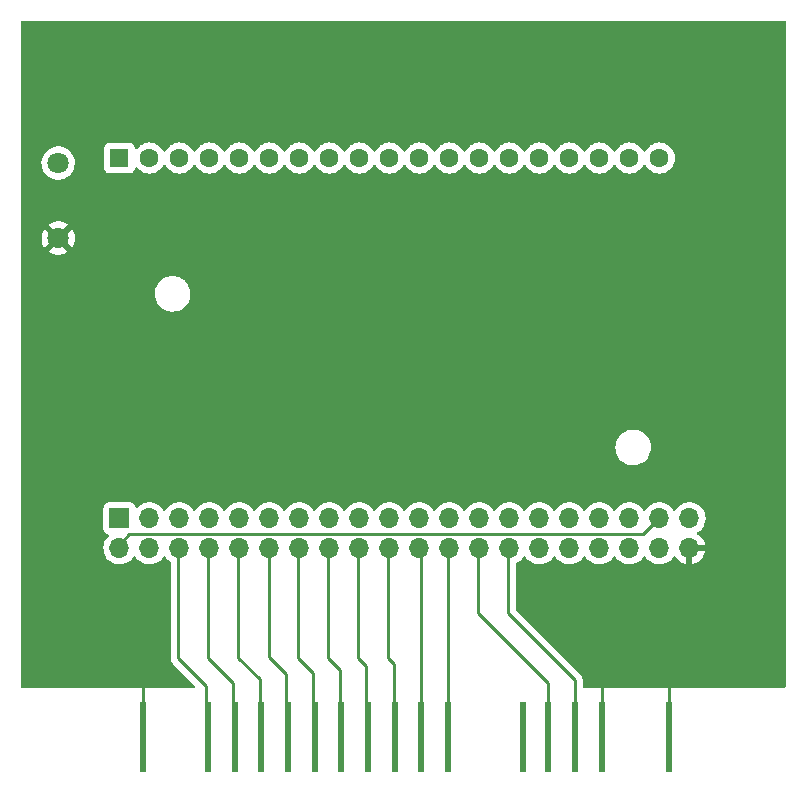
<source format=gbl>
%TF.GenerationSoftware,KiCad,Pcbnew,6.0.2+dfsg-1*%
%TF.CreationDate,2023-01-12T07:59:43+09:00*%
%TF.ProjectId,Akashi-10,416b6173-6869-42d3-9130-2e6b69636164,rev?*%
%TF.SameCoordinates,Original*%
%TF.FileFunction,Copper,L2,Bot*%
%TF.FilePolarity,Positive*%
%FSLAX46Y46*%
G04 Gerber Fmt 4.6, Leading zero omitted, Abs format (unit mm)*
G04 Created by KiCad (PCBNEW 6.0.2+dfsg-1) date 2023-01-12 07:59:43*
%MOMM*%
%LPD*%
G01*
G04 APERTURE LIST*
%TA.AperFunction,SMDPad,CuDef*%
%ADD10R,0.500000X6.000000*%
%TD*%
%TA.AperFunction,ComponentPad*%
%ADD11C,1.800000*%
%TD*%
%TA.AperFunction,ComponentPad*%
%ADD12R,1.600000X1.600000*%
%TD*%
%TA.AperFunction,ComponentPad*%
%ADD13C,1.600000*%
%TD*%
%TA.AperFunction,ComponentPad*%
%ADD14R,1.700000X1.700000*%
%TD*%
%TA.AperFunction,ComponentPad*%
%ADD15O,1.700000X1.700000*%
%TD*%
%TA.AperFunction,Conductor*%
%ADD16C,0.250000*%
%TD*%
G04 APERTURE END LIST*
D10*
%TO.P,P1,1,GND*%
%TO.N,GND*%
X130000000Y-134500000D03*
%TO.P,P1,2,KC0*%
%TO.N,Net-(J1-Pad6)*%
X135500000Y-134500000D03*
%TO.P,P1,3,KC1*%
%TO.N,Net-(J1-Pad8)*%
X137756000Y-134500000D03*
%TO.P,P1,4,KC2*%
%TO.N,Net-(J1-Pad10)*%
X140012000Y-134500000D03*
%TO.P,P1,5,KR0*%
%TO.N,Net-(J1-Pad12)*%
X142268000Y-134500000D03*
%TO.P,P1,6,KR1*%
%TO.N,Net-(J1-Pad14)*%
X144524000Y-134500000D03*
%TO.P,P1,7,KR2*%
%TO.N,Net-(J1-Pad16)*%
X146780000Y-134500000D03*
%TO.P,P1,8,KR3*%
%TO.N,Net-(J1-Pad18)*%
X149036000Y-134500000D03*
%TO.P,P1,9,KR4*%
%TO.N,Net-(J1-Pad20)*%
X151292000Y-134500000D03*
%TO.P,P1,10,KR5*%
%TO.N,Net-(J1-Pad22)*%
X153548000Y-134500000D03*
%TO.P,P1,11,KR6*%
%TO.N,Net-(J1-Pad24)*%
X155804000Y-134500000D03*
%TO.P,P1,12,NC*%
%TO.N,unconnected-(P1-Pad12)*%
X162200000Y-134500000D03*
%TO.P,P1,13,KR7*%
%TO.N,Net-(J1-Pad26)*%
X164300000Y-134500000D03*
%TO.P,P1,14,KR8*%
%TO.N,Net-(J1-Pad28)*%
X166580000Y-134500000D03*
%TO.P,P1,15,GND*%
%TO.N,GND*%
X168860000Y-134500000D03*
%TO.P,P1,16,GND*%
X174560000Y-134500000D03*
%TD*%
D11*
%TO.P,TP1,1,1*%
%TO.N,GND*%
X122810000Y-92280000D03*
%TD*%
%TO.P,TP2,1,1*%
%TO.N,+3V3*%
X122810000Y-85930000D03*
%TD*%
D12*
%TO.P,U1,1,H1*%
%TO.N,Net-(J1-Pad1)*%
X128000000Y-85500000D03*
D13*
%TO.P,U1,2,Seg_a*%
%TO.N,Net-(J1-Pad3)*%
X130540000Y-85500000D03*
%TO.P,U1,3,D8*%
%TO.N,Net-(J1-Pad5)*%
X133080000Y-85500000D03*
%TO.P,U1,4,Seg_g*%
%TO.N,Net-(J1-Pad7)*%
X135620000Y-85500000D03*
%TO.P,U1,5,D7*%
%TO.N,Net-(J1-Pad9)*%
X138160000Y-85500000D03*
%TO.P,U1,6,Seg_f*%
%TO.N,Net-(J1-Pad11)*%
X140700000Y-85500000D03*
%TO.P,U1,7,D6*%
%TO.N,Net-(J1-Pad13)*%
X143240000Y-85500000D03*
%TO.P,U1,8,Seg_e*%
%TO.N,Net-(J1-Pad15)*%
X145780000Y-85500000D03*
%TO.P,U1,9,D5*%
%TO.N,Net-(J1-Pad17)*%
X148320000Y-85500000D03*
%TO.P,U1,10,D4*%
%TO.N,Net-(J1-Pad19)*%
X150860000Y-85500000D03*
%TO.P,U1,11,Seg_d*%
%TO.N,Net-(J1-Pad21)*%
X153400000Y-85500000D03*
%TO.P,U1,12,D3*%
%TO.N,Net-(J1-Pad23)*%
X155940000Y-85500000D03*
%TO.P,U1,13,DP*%
%TO.N,Net-(J1-Pad25)*%
X158480000Y-85500000D03*
%TO.P,U1,14,D2*%
%TO.N,Net-(J1-Pad27)*%
X161020000Y-85500000D03*
%TO.P,U1,15,Seg_c*%
%TO.N,Net-(J1-Pad29)*%
X163560000Y-85500000D03*
%TO.P,U1,16,D1*%
%TO.N,Net-(J1-Pad31)*%
X166100000Y-85500000D03*
%TO.P,U1,17,Seg_b*%
%TO.N,Net-(J1-Pad33)*%
X168640000Y-85500000D03*
%TO.P,U1,18,D0*%
%TO.N,Net-(J1-Pad35)*%
X171180000Y-85500000D03*
%TO.P,U1,19,H2*%
%TO.N,Net-(J1-Pad2)*%
X173720000Y-85500000D03*
%TD*%
D14*
%TO.P,J1,1,Pin_1*%
%TO.N,Net-(J1-Pad1)*%
X128000000Y-116000000D03*
D15*
%TO.P,J1,2,Pin_2*%
%TO.N,Net-(J1-Pad2)*%
X128000000Y-118540000D03*
%TO.P,J1,3,Pin_3*%
%TO.N,Net-(J1-Pad3)*%
X130540000Y-116000000D03*
%TO.P,J1,4,Pin_4*%
%TO.N,unconnected-(J1-Pad4)*%
X130540000Y-118540000D03*
%TO.P,J1,5,Pin_5*%
%TO.N,Net-(J1-Pad5)*%
X133080000Y-116000000D03*
%TO.P,J1,6,Pin_6*%
%TO.N,Net-(J1-Pad6)*%
X133080000Y-118540000D03*
%TO.P,J1,7,Pin_7*%
%TO.N,Net-(J1-Pad7)*%
X135620000Y-116000000D03*
%TO.P,J1,8,Pin_8*%
%TO.N,Net-(J1-Pad8)*%
X135620000Y-118540000D03*
%TO.P,J1,9,Pin_9*%
%TO.N,Net-(J1-Pad9)*%
X138160000Y-116000000D03*
%TO.P,J1,10,Pin_10*%
%TO.N,Net-(J1-Pad10)*%
X138160000Y-118540000D03*
%TO.P,J1,11,Pin_11*%
%TO.N,Net-(J1-Pad11)*%
X140700000Y-116000000D03*
%TO.P,J1,12,Pin_12*%
%TO.N,Net-(J1-Pad12)*%
X140700000Y-118540000D03*
%TO.P,J1,13,Pin_13*%
%TO.N,Net-(J1-Pad13)*%
X143240000Y-116000000D03*
%TO.P,J1,14,Pin_14*%
%TO.N,Net-(J1-Pad14)*%
X143240000Y-118540000D03*
%TO.P,J1,15,Pin_15*%
%TO.N,Net-(J1-Pad15)*%
X145780000Y-116000000D03*
%TO.P,J1,16,Pin_16*%
%TO.N,Net-(J1-Pad16)*%
X145780000Y-118540000D03*
%TO.P,J1,17,Pin_17*%
%TO.N,Net-(J1-Pad17)*%
X148320000Y-116000000D03*
%TO.P,J1,18,Pin_18*%
%TO.N,Net-(J1-Pad18)*%
X148320000Y-118540000D03*
%TO.P,J1,19,Pin_19*%
%TO.N,Net-(J1-Pad19)*%
X150860000Y-116000000D03*
%TO.P,J1,20,Pin_20*%
%TO.N,Net-(J1-Pad20)*%
X150860000Y-118540000D03*
%TO.P,J1,21,Pin_21*%
%TO.N,Net-(J1-Pad21)*%
X153400000Y-116000000D03*
%TO.P,J1,22,Pin_22*%
%TO.N,Net-(J1-Pad22)*%
X153400000Y-118540000D03*
%TO.P,J1,23,Pin_23*%
%TO.N,Net-(J1-Pad23)*%
X155940000Y-116000000D03*
%TO.P,J1,24,Pin_24*%
%TO.N,Net-(J1-Pad24)*%
X155940000Y-118540000D03*
%TO.P,J1,25,Pin_25*%
%TO.N,Net-(J1-Pad25)*%
X158480000Y-116000000D03*
%TO.P,J1,26,Pin_26*%
%TO.N,Net-(J1-Pad26)*%
X158480000Y-118540000D03*
%TO.P,J1,27,Pin_27*%
%TO.N,Net-(J1-Pad27)*%
X161020000Y-116000000D03*
%TO.P,J1,28,Pin_28*%
%TO.N,Net-(J1-Pad28)*%
X161020000Y-118540000D03*
%TO.P,J1,29,Pin_29*%
%TO.N,Net-(J1-Pad29)*%
X163560000Y-116000000D03*
%TO.P,J1,30,Pin_30*%
%TO.N,unconnected-(J1-Pad30)*%
X163560000Y-118540000D03*
%TO.P,J1,31,Pin_31*%
%TO.N,Net-(J1-Pad31)*%
X166100000Y-116000000D03*
%TO.P,J1,32,Pin_32*%
%TO.N,unconnected-(J1-Pad32)*%
X166100000Y-118540000D03*
%TO.P,J1,33,Pin_33*%
%TO.N,Net-(J1-Pad33)*%
X168640000Y-116000000D03*
%TO.P,J1,34,Pin_34*%
%TO.N,unconnected-(J1-Pad34)*%
X168640000Y-118540000D03*
%TO.P,J1,35,Pin_35*%
%TO.N,Net-(J1-Pad35)*%
X171180000Y-116000000D03*
%TO.P,J1,36,Pin_36*%
%TO.N,unconnected-(J1-Pad36)*%
X171180000Y-118540000D03*
%TO.P,J1,37,Pin_37*%
%TO.N,Net-(J1-Pad2)*%
X173720000Y-116000000D03*
%TO.P,J1,38,Pin_38*%
%TO.N,+3V3*%
X173720000Y-118540000D03*
%TO.P,J1,39,Pin_39*%
%TO.N,unconnected-(J1-Pad39)*%
X176260000Y-116000000D03*
%TO.P,J1,40,Pin_40*%
%TO.N,GND*%
X176260000Y-118540000D03*
%TD*%
D16*
%TO.N,GND*%
X130000000Y-134500000D02*
X130000000Y-127410000D01*
X174560000Y-134500000D02*
X174560000Y-129530000D01*
X168860000Y-134500000D02*
X168860000Y-128800000D01*
%TO.N,Net-(J1-Pad2)*%
X127890000Y-118315000D02*
X127890000Y-118950000D01*
X172355001Y-117364999D02*
X128840001Y-117364999D01*
X128840001Y-117364999D02*
X127890000Y-118315000D01*
X173720000Y-116000000D02*
X172355001Y-117364999D01*
%TO.N,Net-(J1-Pad28)*%
X166580000Y-129700000D02*
X160910000Y-124030000D01*
X160910000Y-124030000D02*
X160910000Y-118950000D01*
X166580000Y-134500000D02*
X166580000Y-129700000D01*
%TO.N,Net-(J1-Pad26)*%
X164300000Y-134500000D02*
X164300000Y-129960000D01*
X164300000Y-129960000D02*
X158370000Y-124030000D01*
X158370000Y-124030000D02*
X158370000Y-118315000D01*
%TO.N,Net-(J1-Pad24)*%
X155820000Y-134500000D02*
X155820000Y-118960000D01*
X155820000Y-118960000D02*
X155830000Y-118950000D01*
%TO.N,Net-(J1-Pad22)*%
X153540000Y-134500000D02*
X153540000Y-119200000D01*
X153540000Y-119200000D02*
X153290000Y-118950000D01*
%TO.N,Net-(J1-Pad20)*%
X151260000Y-128350000D02*
X150750000Y-127840000D01*
X151260000Y-134500000D02*
X151260000Y-128350000D01*
X150750000Y-127840000D02*
X150750000Y-118950000D01*
%TO.N,Net-(J1-Pad18)*%
X148900000Y-128530000D02*
X148210000Y-127840000D01*
X148210000Y-118950000D02*
X148210000Y-118315000D01*
X148210000Y-127840000D02*
X148210000Y-118950000D01*
X148900000Y-134500000D02*
X148900000Y-128530000D01*
%TO.N,Net-(J1-Pad16)*%
X146700000Y-134500000D02*
X146700000Y-128870000D01*
X145670000Y-127840000D02*
X145670000Y-118950000D01*
X146700000Y-128870000D02*
X145670000Y-127840000D01*
%TO.N,Net-(J1-Pad14)*%
X144420000Y-134500000D02*
X144420000Y-129130000D01*
X144420000Y-129130000D02*
X143130000Y-127840000D01*
X143130000Y-127840000D02*
X143130000Y-118950000D01*
%TO.N,Net-(J1-Pad12)*%
X142140000Y-134500000D02*
X142140000Y-129170000D01*
X140700000Y-118540000D02*
X140700000Y-127730000D01*
X142140000Y-129170000D02*
X140700000Y-127730000D01*
%TO.N,Net-(J1-Pad10)*%
X139860000Y-129650000D02*
X138050000Y-127840000D01*
X138050000Y-127840000D02*
X138050000Y-118950000D01*
X139860000Y-134500000D02*
X139860000Y-129650000D01*
%TO.N,Net-(J1-Pad8)*%
X137580000Y-134500000D02*
X137580000Y-129910000D01*
X137580000Y-129910000D02*
X135510000Y-127840000D01*
X135510000Y-127840000D02*
X135510000Y-118950000D01*
%TO.N,Net-(J1-Pad6)*%
X135300000Y-134500000D02*
X135300000Y-130170000D01*
X132970000Y-127840000D02*
X132970000Y-118950000D01*
X135300000Y-130170000D02*
X132970000Y-127840000D01*
%TD*%
%TA.AperFunction,Conductor*%
%TO.N,GND*%
G36*
X184347121Y-73885002D02*
G01*
X184393614Y-73938658D01*
X184405000Y-73991000D01*
X184405000Y-130254000D01*
X184384998Y-130322121D01*
X184331342Y-130368614D01*
X184279000Y-130380000D01*
X167339500Y-130380000D01*
X167271379Y-130359998D01*
X167224886Y-130306342D01*
X167213500Y-130254000D01*
X167213500Y-129778767D01*
X167214027Y-129767584D01*
X167215702Y-129760091D01*
X167214689Y-129727842D01*
X167213562Y-129692001D01*
X167213500Y-129688043D01*
X167213500Y-129660144D01*
X167212996Y-129656153D01*
X167212063Y-129644311D01*
X167211991Y-129642002D01*
X167210674Y-129600111D01*
X167208462Y-129592497D01*
X167208461Y-129592492D01*
X167205023Y-129580659D01*
X167201012Y-129561295D01*
X167199467Y-129549064D01*
X167198474Y-129541203D01*
X167195557Y-129533836D01*
X167195556Y-129533831D01*
X167182198Y-129500092D01*
X167178354Y-129488865D01*
X167168230Y-129454022D01*
X167166018Y-129446407D01*
X167160284Y-129436712D01*
X167155707Y-129428972D01*
X167147012Y-129411224D01*
X167139552Y-129392383D01*
X167113564Y-129356613D01*
X167107048Y-129346693D01*
X167088580Y-129315465D01*
X167088578Y-129315462D01*
X167084542Y-129308638D01*
X167070221Y-129294317D01*
X167057380Y-129279283D01*
X167050131Y-129269306D01*
X167045472Y-129262893D01*
X167011395Y-129234702D01*
X167002616Y-129226712D01*
X161580405Y-123804500D01*
X161546379Y-123742188D01*
X161543500Y-123715405D01*
X161543500Y-119874960D01*
X161563502Y-119806839D01*
X161614068Y-119761809D01*
X161713346Y-119713173D01*
X161717994Y-119710896D01*
X161899860Y-119581173D01*
X162058096Y-119423489D01*
X162117594Y-119340689D01*
X162188453Y-119242077D01*
X162189776Y-119243028D01*
X162236645Y-119199857D01*
X162306580Y-119187625D01*
X162372026Y-119215144D01*
X162399875Y-119246994D01*
X162459987Y-119345088D01*
X162606250Y-119513938D01*
X162778126Y-119656632D01*
X162971000Y-119769338D01*
X163179692Y-119849030D01*
X163184760Y-119850061D01*
X163184763Y-119850062D01*
X163279862Y-119869410D01*
X163398597Y-119893567D01*
X163403772Y-119893757D01*
X163403774Y-119893757D01*
X163616673Y-119901564D01*
X163616677Y-119901564D01*
X163621837Y-119901753D01*
X163626957Y-119901097D01*
X163626959Y-119901097D01*
X163838288Y-119874025D01*
X163838289Y-119874025D01*
X163843416Y-119873368D01*
X163848366Y-119871883D01*
X164052429Y-119810661D01*
X164052434Y-119810659D01*
X164057384Y-119809174D01*
X164257994Y-119710896D01*
X164439860Y-119581173D01*
X164598096Y-119423489D01*
X164657594Y-119340689D01*
X164728453Y-119242077D01*
X164729776Y-119243028D01*
X164776645Y-119199857D01*
X164846580Y-119187625D01*
X164912026Y-119215144D01*
X164939875Y-119246994D01*
X164999987Y-119345088D01*
X165146250Y-119513938D01*
X165318126Y-119656632D01*
X165511000Y-119769338D01*
X165719692Y-119849030D01*
X165724760Y-119850061D01*
X165724763Y-119850062D01*
X165819862Y-119869410D01*
X165938597Y-119893567D01*
X165943772Y-119893757D01*
X165943774Y-119893757D01*
X166156673Y-119901564D01*
X166156677Y-119901564D01*
X166161837Y-119901753D01*
X166166957Y-119901097D01*
X166166959Y-119901097D01*
X166378288Y-119874025D01*
X166378289Y-119874025D01*
X166383416Y-119873368D01*
X166388366Y-119871883D01*
X166592429Y-119810661D01*
X166592434Y-119810659D01*
X166597384Y-119809174D01*
X166797994Y-119710896D01*
X166979860Y-119581173D01*
X167138096Y-119423489D01*
X167197594Y-119340689D01*
X167268453Y-119242077D01*
X167269776Y-119243028D01*
X167316645Y-119199857D01*
X167386580Y-119187625D01*
X167452026Y-119215144D01*
X167479875Y-119246994D01*
X167539987Y-119345088D01*
X167686250Y-119513938D01*
X167858126Y-119656632D01*
X168051000Y-119769338D01*
X168259692Y-119849030D01*
X168264760Y-119850061D01*
X168264763Y-119850062D01*
X168359862Y-119869410D01*
X168478597Y-119893567D01*
X168483772Y-119893757D01*
X168483774Y-119893757D01*
X168696673Y-119901564D01*
X168696677Y-119901564D01*
X168701837Y-119901753D01*
X168706957Y-119901097D01*
X168706959Y-119901097D01*
X168918288Y-119874025D01*
X168918289Y-119874025D01*
X168923416Y-119873368D01*
X168928366Y-119871883D01*
X169132429Y-119810661D01*
X169132434Y-119810659D01*
X169137384Y-119809174D01*
X169337994Y-119710896D01*
X169519860Y-119581173D01*
X169678096Y-119423489D01*
X169737594Y-119340689D01*
X169808453Y-119242077D01*
X169809776Y-119243028D01*
X169856645Y-119199857D01*
X169926580Y-119187625D01*
X169992026Y-119215144D01*
X170019875Y-119246994D01*
X170079987Y-119345088D01*
X170226250Y-119513938D01*
X170398126Y-119656632D01*
X170591000Y-119769338D01*
X170799692Y-119849030D01*
X170804760Y-119850061D01*
X170804763Y-119850062D01*
X170899862Y-119869410D01*
X171018597Y-119893567D01*
X171023772Y-119893757D01*
X171023774Y-119893757D01*
X171236673Y-119901564D01*
X171236677Y-119901564D01*
X171241837Y-119901753D01*
X171246957Y-119901097D01*
X171246959Y-119901097D01*
X171458288Y-119874025D01*
X171458289Y-119874025D01*
X171463416Y-119873368D01*
X171468366Y-119871883D01*
X171672429Y-119810661D01*
X171672434Y-119810659D01*
X171677384Y-119809174D01*
X171877994Y-119710896D01*
X172059860Y-119581173D01*
X172218096Y-119423489D01*
X172277594Y-119340689D01*
X172348453Y-119242077D01*
X172349776Y-119243028D01*
X172396645Y-119199857D01*
X172466580Y-119187625D01*
X172532026Y-119215144D01*
X172559875Y-119246994D01*
X172619987Y-119345088D01*
X172766250Y-119513938D01*
X172938126Y-119656632D01*
X173131000Y-119769338D01*
X173339692Y-119849030D01*
X173344760Y-119850061D01*
X173344763Y-119850062D01*
X173439862Y-119869410D01*
X173558597Y-119893567D01*
X173563772Y-119893757D01*
X173563774Y-119893757D01*
X173776673Y-119901564D01*
X173776677Y-119901564D01*
X173781837Y-119901753D01*
X173786957Y-119901097D01*
X173786959Y-119901097D01*
X173998288Y-119874025D01*
X173998289Y-119874025D01*
X174003416Y-119873368D01*
X174008366Y-119871883D01*
X174212429Y-119810661D01*
X174212434Y-119810659D01*
X174217384Y-119809174D01*
X174417994Y-119710896D01*
X174599860Y-119581173D01*
X174758096Y-119423489D01*
X174817594Y-119340689D01*
X174888453Y-119242077D01*
X174889640Y-119242930D01*
X174936960Y-119199362D01*
X175006897Y-119187145D01*
X175072338Y-119214678D01*
X175100166Y-119246511D01*
X175157694Y-119340388D01*
X175163777Y-119348699D01*
X175303213Y-119509667D01*
X175310580Y-119516883D01*
X175474434Y-119652916D01*
X175482881Y-119658831D01*
X175666756Y-119766279D01*
X175676042Y-119770729D01*
X175875001Y-119846703D01*
X175884899Y-119849579D01*
X175988250Y-119870606D01*
X176002299Y-119869410D01*
X176006000Y-119859065D01*
X176006000Y-119858517D01*
X176514000Y-119858517D01*
X176518064Y-119872359D01*
X176531478Y-119874393D01*
X176538184Y-119873534D01*
X176548262Y-119871392D01*
X176752255Y-119810191D01*
X176761842Y-119806433D01*
X176953095Y-119712739D01*
X176961945Y-119707464D01*
X177135328Y-119583792D01*
X177143200Y-119577139D01*
X177294052Y-119426812D01*
X177300730Y-119418965D01*
X177425003Y-119246020D01*
X177430313Y-119237183D01*
X177524670Y-119046267D01*
X177528469Y-119036672D01*
X177590377Y-118832910D01*
X177592555Y-118822837D01*
X177593986Y-118811962D01*
X177591775Y-118797778D01*
X177578617Y-118794000D01*
X176532115Y-118794000D01*
X176516876Y-118798475D01*
X176515671Y-118799865D01*
X176514000Y-118807548D01*
X176514000Y-119858517D01*
X176006000Y-119858517D01*
X176006000Y-118412000D01*
X176026002Y-118343879D01*
X176079658Y-118297386D01*
X176132000Y-118286000D01*
X177578344Y-118286000D01*
X177591875Y-118282027D01*
X177593180Y-118272947D01*
X177551214Y-118105875D01*
X177547894Y-118096124D01*
X177462972Y-117900814D01*
X177458105Y-117891739D01*
X177342426Y-117712926D01*
X177336136Y-117704757D01*
X177192806Y-117547240D01*
X177185273Y-117540215D01*
X177018139Y-117408222D01*
X177009556Y-117402520D01*
X176972602Y-117382120D01*
X176922631Y-117331687D01*
X176907859Y-117262245D01*
X176932975Y-117195839D01*
X176960327Y-117169232D01*
X176983797Y-117152491D01*
X177139860Y-117041173D01*
X177298096Y-116883489D01*
X177428453Y-116702077D01*
X177449320Y-116659857D01*
X177525136Y-116506453D01*
X177525137Y-116506451D01*
X177527430Y-116501811D01*
X177592370Y-116288069D01*
X177621529Y-116066590D01*
X177623156Y-116000000D01*
X177604852Y-115777361D01*
X177550431Y-115560702D01*
X177461354Y-115355840D01*
X177340014Y-115168277D01*
X177189670Y-115003051D01*
X177185619Y-114999852D01*
X177185615Y-114999848D01*
X177018414Y-114867800D01*
X177018410Y-114867798D01*
X177014359Y-114864598D01*
X176818789Y-114756638D01*
X176813920Y-114754914D01*
X176813916Y-114754912D01*
X176613087Y-114683795D01*
X176613083Y-114683794D01*
X176608212Y-114682069D01*
X176603119Y-114681162D01*
X176603116Y-114681161D01*
X176393373Y-114643800D01*
X176393367Y-114643799D01*
X176388284Y-114642894D01*
X176314452Y-114641992D01*
X176170081Y-114640228D01*
X176170079Y-114640228D01*
X176164911Y-114640165D01*
X175944091Y-114673955D01*
X175731756Y-114743357D01*
X175533607Y-114846507D01*
X175529474Y-114849610D01*
X175529471Y-114849612D01*
X175359100Y-114977530D01*
X175354965Y-114980635D01*
X175351393Y-114984373D01*
X175243729Y-115097037D01*
X175200629Y-115142138D01*
X175093201Y-115299621D01*
X175038293Y-115344621D01*
X174967768Y-115352792D01*
X174904021Y-115321538D01*
X174883324Y-115297054D01*
X174802822Y-115172617D01*
X174802820Y-115172614D01*
X174800014Y-115168277D01*
X174649670Y-115003051D01*
X174645619Y-114999852D01*
X174645615Y-114999848D01*
X174478414Y-114867800D01*
X174478410Y-114867798D01*
X174474359Y-114864598D01*
X174278789Y-114756638D01*
X174273920Y-114754914D01*
X174273916Y-114754912D01*
X174073087Y-114683795D01*
X174073083Y-114683794D01*
X174068212Y-114682069D01*
X174063119Y-114681162D01*
X174063116Y-114681161D01*
X173853373Y-114643800D01*
X173853367Y-114643799D01*
X173848284Y-114642894D01*
X173774452Y-114641992D01*
X173630081Y-114640228D01*
X173630079Y-114640228D01*
X173624911Y-114640165D01*
X173404091Y-114673955D01*
X173191756Y-114743357D01*
X172993607Y-114846507D01*
X172989474Y-114849610D01*
X172989471Y-114849612D01*
X172819100Y-114977530D01*
X172814965Y-114980635D01*
X172811393Y-114984373D01*
X172703729Y-115097037D01*
X172660629Y-115142138D01*
X172553201Y-115299621D01*
X172498293Y-115344621D01*
X172427768Y-115352792D01*
X172364021Y-115321538D01*
X172343324Y-115297054D01*
X172262822Y-115172617D01*
X172262820Y-115172614D01*
X172260014Y-115168277D01*
X172109670Y-115003051D01*
X172105619Y-114999852D01*
X172105615Y-114999848D01*
X171938414Y-114867800D01*
X171938410Y-114867798D01*
X171934359Y-114864598D01*
X171738789Y-114756638D01*
X171733920Y-114754914D01*
X171733916Y-114754912D01*
X171533087Y-114683795D01*
X171533083Y-114683794D01*
X171528212Y-114682069D01*
X171523119Y-114681162D01*
X171523116Y-114681161D01*
X171313373Y-114643800D01*
X171313367Y-114643799D01*
X171308284Y-114642894D01*
X171234452Y-114641992D01*
X171090081Y-114640228D01*
X171090079Y-114640228D01*
X171084911Y-114640165D01*
X170864091Y-114673955D01*
X170651756Y-114743357D01*
X170453607Y-114846507D01*
X170449474Y-114849610D01*
X170449471Y-114849612D01*
X170279100Y-114977530D01*
X170274965Y-114980635D01*
X170271393Y-114984373D01*
X170163729Y-115097037D01*
X170120629Y-115142138D01*
X170013201Y-115299621D01*
X169958293Y-115344621D01*
X169887768Y-115352792D01*
X169824021Y-115321538D01*
X169803324Y-115297054D01*
X169722822Y-115172617D01*
X169722820Y-115172614D01*
X169720014Y-115168277D01*
X169569670Y-115003051D01*
X169565619Y-114999852D01*
X169565615Y-114999848D01*
X169398414Y-114867800D01*
X169398410Y-114867798D01*
X169394359Y-114864598D01*
X169198789Y-114756638D01*
X169193920Y-114754914D01*
X169193916Y-114754912D01*
X168993087Y-114683795D01*
X168993083Y-114683794D01*
X168988212Y-114682069D01*
X168983119Y-114681162D01*
X168983116Y-114681161D01*
X168773373Y-114643800D01*
X168773367Y-114643799D01*
X168768284Y-114642894D01*
X168694452Y-114641992D01*
X168550081Y-114640228D01*
X168550079Y-114640228D01*
X168544911Y-114640165D01*
X168324091Y-114673955D01*
X168111756Y-114743357D01*
X167913607Y-114846507D01*
X167909474Y-114849610D01*
X167909471Y-114849612D01*
X167739100Y-114977530D01*
X167734965Y-114980635D01*
X167731393Y-114984373D01*
X167623729Y-115097037D01*
X167580629Y-115142138D01*
X167473201Y-115299621D01*
X167418293Y-115344621D01*
X167347768Y-115352792D01*
X167284021Y-115321538D01*
X167263324Y-115297054D01*
X167182822Y-115172617D01*
X167182820Y-115172614D01*
X167180014Y-115168277D01*
X167029670Y-115003051D01*
X167025619Y-114999852D01*
X167025615Y-114999848D01*
X166858414Y-114867800D01*
X166858410Y-114867798D01*
X166854359Y-114864598D01*
X166658789Y-114756638D01*
X166653920Y-114754914D01*
X166653916Y-114754912D01*
X166453087Y-114683795D01*
X166453083Y-114683794D01*
X166448212Y-114682069D01*
X166443119Y-114681162D01*
X166443116Y-114681161D01*
X166233373Y-114643800D01*
X166233367Y-114643799D01*
X166228284Y-114642894D01*
X166154452Y-114641992D01*
X166010081Y-114640228D01*
X166010079Y-114640228D01*
X166004911Y-114640165D01*
X165784091Y-114673955D01*
X165571756Y-114743357D01*
X165373607Y-114846507D01*
X165369474Y-114849610D01*
X165369471Y-114849612D01*
X165199100Y-114977530D01*
X165194965Y-114980635D01*
X165191393Y-114984373D01*
X165083729Y-115097037D01*
X165040629Y-115142138D01*
X164933201Y-115299621D01*
X164878293Y-115344621D01*
X164807768Y-115352792D01*
X164744021Y-115321538D01*
X164723324Y-115297054D01*
X164642822Y-115172617D01*
X164642820Y-115172614D01*
X164640014Y-115168277D01*
X164489670Y-115003051D01*
X164485619Y-114999852D01*
X164485615Y-114999848D01*
X164318414Y-114867800D01*
X164318410Y-114867798D01*
X164314359Y-114864598D01*
X164118789Y-114756638D01*
X164113920Y-114754914D01*
X164113916Y-114754912D01*
X163913087Y-114683795D01*
X163913083Y-114683794D01*
X163908212Y-114682069D01*
X163903119Y-114681162D01*
X163903116Y-114681161D01*
X163693373Y-114643800D01*
X163693367Y-114643799D01*
X163688284Y-114642894D01*
X163614452Y-114641992D01*
X163470081Y-114640228D01*
X163470079Y-114640228D01*
X163464911Y-114640165D01*
X163244091Y-114673955D01*
X163031756Y-114743357D01*
X162833607Y-114846507D01*
X162829474Y-114849610D01*
X162829471Y-114849612D01*
X162659100Y-114977530D01*
X162654965Y-114980635D01*
X162651393Y-114984373D01*
X162543729Y-115097037D01*
X162500629Y-115142138D01*
X162393201Y-115299621D01*
X162338293Y-115344621D01*
X162267768Y-115352792D01*
X162204021Y-115321538D01*
X162183324Y-115297054D01*
X162102822Y-115172617D01*
X162102820Y-115172614D01*
X162100014Y-115168277D01*
X161949670Y-115003051D01*
X161945619Y-114999852D01*
X161945615Y-114999848D01*
X161778414Y-114867800D01*
X161778410Y-114867798D01*
X161774359Y-114864598D01*
X161578789Y-114756638D01*
X161573920Y-114754914D01*
X161573916Y-114754912D01*
X161373087Y-114683795D01*
X161373083Y-114683794D01*
X161368212Y-114682069D01*
X161363119Y-114681162D01*
X161363116Y-114681161D01*
X161153373Y-114643800D01*
X161153367Y-114643799D01*
X161148284Y-114642894D01*
X161074452Y-114641992D01*
X160930081Y-114640228D01*
X160930079Y-114640228D01*
X160924911Y-114640165D01*
X160704091Y-114673955D01*
X160491756Y-114743357D01*
X160293607Y-114846507D01*
X160289474Y-114849610D01*
X160289471Y-114849612D01*
X160119100Y-114977530D01*
X160114965Y-114980635D01*
X160111393Y-114984373D01*
X160003729Y-115097037D01*
X159960629Y-115142138D01*
X159853201Y-115299621D01*
X159798293Y-115344621D01*
X159727768Y-115352792D01*
X159664021Y-115321538D01*
X159643324Y-115297054D01*
X159562822Y-115172617D01*
X159562820Y-115172614D01*
X159560014Y-115168277D01*
X159409670Y-115003051D01*
X159405619Y-114999852D01*
X159405615Y-114999848D01*
X159238414Y-114867800D01*
X159238410Y-114867798D01*
X159234359Y-114864598D01*
X159038789Y-114756638D01*
X159033920Y-114754914D01*
X159033916Y-114754912D01*
X158833087Y-114683795D01*
X158833083Y-114683794D01*
X158828212Y-114682069D01*
X158823119Y-114681162D01*
X158823116Y-114681161D01*
X158613373Y-114643800D01*
X158613367Y-114643799D01*
X158608284Y-114642894D01*
X158534452Y-114641992D01*
X158390081Y-114640228D01*
X158390079Y-114640228D01*
X158384911Y-114640165D01*
X158164091Y-114673955D01*
X157951756Y-114743357D01*
X157753607Y-114846507D01*
X157749474Y-114849610D01*
X157749471Y-114849612D01*
X157579100Y-114977530D01*
X157574965Y-114980635D01*
X157571393Y-114984373D01*
X157463729Y-115097037D01*
X157420629Y-115142138D01*
X157313201Y-115299621D01*
X157258293Y-115344621D01*
X157187768Y-115352792D01*
X157124021Y-115321538D01*
X157103324Y-115297054D01*
X157022822Y-115172617D01*
X157022820Y-115172614D01*
X157020014Y-115168277D01*
X156869670Y-115003051D01*
X156865619Y-114999852D01*
X156865615Y-114999848D01*
X156698414Y-114867800D01*
X156698410Y-114867798D01*
X156694359Y-114864598D01*
X156498789Y-114756638D01*
X156493920Y-114754914D01*
X156493916Y-114754912D01*
X156293087Y-114683795D01*
X156293083Y-114683794D01*
X156288212Y-114682069D01*
X156283119Y-114681162D01*
X156283116Y-114681161D01*
X156073373Y-114643800D01*
X156073367Y-114643799D01*
X156068284Y-114642894D01*
X155994452Y-114641992D01*
X155850081Y-114640228D01*
X155850079Y-114640228D01*
X155844911Y-114640165D01*
X155624091Y-114673955D01*
X155411756Y-114743357D01*
X155213607Y-114846507D01*
X155209474Y-114849610D01*
X155209471Y-114849612D01*
X155039100Y-114977530D01*
X155034965Y-114980635D01*
X155031393Y-114984373D01*
X154923729Y-115097037D01*
X154880629Y-115142138D01*
X154773201Y-115299621D01*
X154718293Y-115344621D01*
X154647768Y-115352792D01*
X154584021Y-115321538D01*
X154563324Y-115297054D01*
X154482822Y-115172617D01*
X154482820Y-115172614D01*
X154480014Y-115168277D01*
X154329670Y-115003051D01*
X154325619Y-114999852D01*
X154325615Y-114999848D01*
X154158414Y-114867800D01*
X154158410Y-114867798D01*
X154154359Y-114864598D01*
X153958789Y-114756638D01*
X153953920Y-114754914D01*
X153953916Y-114754912D01*
X153753087Y-114683795D01*
X153753083Y-114683794D01*
X153748212Y-114682069D01*
X153743119Y-114681162D01*
X153743116Y-114681161D01*
X153533373Y-114643800D01*
X153533367Y-114643799D01*
X153528284Y-114642894D01*
X153454452Y-114641992D01*
X153310081Y-114640228D01*
X153310079Y-114640228D01*
X153304911Y-114640165D01*
X153084091Y-114673955D01*
X152871756Y-114743357D01*
X152673607Y-114846507D01*
X152669474Y-114849610D01*
X152669471Y-114849612D01*
X152499100Y-114977530D01*
X152494965Y-114980635D01*
X152491393Y-114984373D01*
X152383729Y-115097037D01*
X152340629Y-115142138D01*
X152233201Y-115299621D01*
X152178293Y-115344621D01*
X152107768Y-115352792D01*
X152044021Y-115321538D01*
X152023324Y-115297054D01*
X151942822Y-115172617D01*
X151942820Y-115172614D01*
X151940014Y-115168277D01*
X151789670Y-115003051D01*
X151785619Y-114999852D01*
X151785615Y-114999848D01*
X151618414Y-114867800D01*
X151618410Y-114867798D01*
X151614359Y-114864598D01*
X151418789Y-114756638D01*
X151413920Y-114754914D01*
X151413916Y-114754912D01*
X151213087Y-114683795D01*
X151213083Y-114683794D01*
X151208212Y-114682069D01*
X151203119Y-114681162D01*
X151203116Y-114681161D01*
X150993373Y-114643800D01*
X150993367Y-114643799D01*
X150988284Y-114642894D01*
X150914452Y-114641992D01*
X150770081Y-114640228D01*
X150770079Y-114640228D01*
X150764911Y-114640165D01*
X150544091Y-114673955D01*
X150331756Y-114743357D01*
X150133607Y-114846507D01*
X150129474Y-114849610D01*
X150129471Y-114849612D01*
X149959100Y-114977530D01*
X149954965Y-114980635D01*
X149951393Y-114984373D01*
X149843729Y-115097037D01*
X149800629Y-115142138D01*
X149693201Y-115299621D01*
X149638293Y-115344621D01*
X149567768Y-115352792D01*
X149504021Y-115321538D01*
X149483324Y-115297054D01*
X149402822Y-115172617D01*
X149402820Y-115172614D01*
X149400014Y-115168277D01*
X149249670Y-115003051D01*
X149245619Y-114999852D01*
X149245615Y-114999848D01*
X149078414Y-114867800D01*
X149078410Y-114867798D01*
X149074359Y-114864598D01*
X148878789Y-114756638D01*
X148873920Y-114754914D01*
X148873916Y-114754912D01*
X148673087Y-114683795D01*
X148673083Y-114683794D01*
X148668212Y-114682069D01*
X148663119Y-114681162D01*
X148663116Y-114681161D01*
X148453373Y-114643800D01*
X148453367Y-114643799D01*
X148448284Y-114642894D01*
X148374452Y-114641992D01*
X148230081Y-114640228D01*
X148230079Y-114640228D01*
X148224911Y-114640165D01*
X148004091Y-114673955D01*
X147791756Y-114743357D01*
X147593607Y-114846507D01*
X147589474Y-114849610D01*
X147589471Y-114849612D01*
X147419100Y-114977530D01*
X147414965Y-114980635D01*
X147411393Y-114984373D01*
X147303729Y-115097037D01*
X147260629Y-115142138D01*
X147153201Y-115299621D01*
X147098293Y-115344621D01*
X147027768Y-115352792D01*
X146964021Y-115321538D01*
X146943324Y-115297054D01*
X146862822Y-115172617D01*
X146862820Y-115172614D01*
X146860014Y-115168277D01*
X146709670Y-115003051D01*
X146705619Y-114999852D01*
X146705615Y-114999848D01*
X146538414Y-114867800D01*
X146538410Y-114867798D01*
X146534359Y-114864598D01*
X146338789Y-114756638D01*
X146333920Y-114754914D01*
X146333916Y-114754912D01*
X146133087Y-114683795D01*
X146133083Y-114683794D01*
X146128212Y-114682069D01*
X146123119Y-114681162D01*
X146123116Y-114681161D01*
X145913373Y-114643800D01*
X145913367Y-114643799D01*
X145908284Y-114642894D01*
X145834452Y-114641992D01*
X145690081Y-114640228D01*
X145690079Y-114640228D01*
X145684911Y-114640165D01*
X145464091Y-114673955D01*
X145251756Y-114743357D01*
X145053607Y-114846507D01*
X145049474Y-114849610D01*
X145049471Y-114849612D01*
X144879100Y-114977530D01*
X144874965Y-114980635D01*
X144871393Y-114984373D01*
X144763729Y-115097037D01*
X144720629Y-115142138D01*
X144613201Y-115299621D01*
X144558293Y-115344621D01*
X144487768Y-115352792D01*
X144424021Y-115321538D01*
X144403324Y-115297054D01*
X144322822Y-115172617D01*
X144322820Y-115172614D01*
X144320014Y-115168277D01*
X144169670Y-115003051D01*
X144165619Y-114999852D01*
X144165615Y-114999848D01*
X143998414Y-114867800D01*
X143998410Y-114867798D01*
X143994359Y-114864598D01*
X143798789Y-114756638D01*
X143793920Y-114754914D01*
X143793916Y-114754912D01*
X143593087Y-114683795D01*
X143593083Y-114683794D01*
X143588212Y-114682069D01*
X143583119Y-114681162D01*
X143583116Y-114681161D01*
X143373373Y-114643800D01*
X143373367Y-114643799D01*
X143368284Y-114642894D01*
X143294452Y-114641992D01*
X143150081Y-114640228D01*
X143150079Y-114640228D01*
X143144911Y-114640165D01*
X142924091Y-114673955D01*
X142711756Y-114743357D01*
X142513607Y-114846507D01*
X142509474Y-114849610D01*
X142509471Y-114849612D01*
X142339100Y-114977530D01*
X142334965Y-114980635D01*
X142331393Y-114984373D01*
X142223729Y-115097037D01*
X142180629Y-115142138D01*
X142073201Y-115299621D01*
X142018293Y-115344621D01*
X141947768Y-115352792D01*
X141884021Y-115321538D01*
X141863324Y-115297054D01*
X141782822Y-115172617D01*
X141782820Y-115172614D01*
X141780014Y-115168277D01*
X141629670Y-115003051D01*
X141625619Y-114999852D01*
X141625615Y-114999848D01*
X141458414Y-114867800D01*
X141458410Y-114867798D01*
X141454359Y-114864598D01*
X141258789Y-114756638D01*
X141253920Y-114754914D01*
X141253916Y-114754912D01*
X141053087Y-114683795D01*
X141053083Y-114683794D01*
X141048212Y-114682069D01*
X141043119Y-114681162D01*
X141043116Y-114681161D01*
X140833373Y-114643800D01*
X140833367Y-114643799D01*
X140828284Y-114642894D01*
X140754452Y-114641992D01*
X140610081Y-114640228D01*
X140610079Y-114640228D01*
X140604911Y-114640165D01*
X140384091Y-114673955D01*
X140171756Y-114743357D01*
X139973607Y-114846507D01*
X139969474Y-114849610D01*
X139969471Y-114849612D01*
X139799100Y-114977530D01*
X139794965Y-114980635D01*
X139791393Y-114984373D01*
X139683729Y-115097037D01*
X139640629Y-115142138D01*
X139533201Y-115299621D01*
X139478293Y-115344621D01*
X139407768Y-115352792D01*
X139344021Y-115321538D01*
X139323324Y-115297054D01*
X139242822Y-115172617D01*
X139242820Y-115172614D01*
X139240014Y-115168277D01*
X139089670Y-115003051D01*
X139085619Y-114999852D01*
X139085615Y-114999848D01*
X138918414Y-114867800D01*
X138918410Y-114867798D01*
X138914359Y-114864598D01*
X138718789Y-114756638D01*
X138713920Y-114754914D01*
X138713916Y-114754912D01*
X138513087Y-114683795D01*
X138513083Y-114683794D01*
X138508212Y-114682069D01*
X138503119Y-114681162D01*
X138503116Y-114681161D01*
X138293373Y-114643800D01*
X138293367Y-114643799D01*
X138288284Y-114642894D01*
X138214452Y-114641992D01*
X138070081Y-114640228D01*
X138070079Y-114640228D01*
X138064911Y-114640165D01*
X137844091Y-114673955D01*
X137631756Y-114743357D01*
X137433607Y-114846507D01*
X137429474Y-114849610D01*
X137429471Y-114849612D01*
X137259100Y-114977530D01*
X137254965Y-114980635D01*
X137251393Y-114984373D01*
X137143729Y-115097037D01*
X137100629Y-115142138D01*
X136993201Y-115299621D01*
X136938293Y-115344621D01*
X136867768Y-115352792D01*
X136804021Y-115321538D01*
X136783324Y-115297054D01*
X136702822Y-115172617D01*
X136702820Y-115172614D01*
X136700014Y-115168277D01*
X136549670Y-115003051D01*
X136545619Y-114999852D01*
X136545615Y-114999848D01*
X136378414Y-114867800D01*
X136378410Y-114867798D01*
X136374359Y-114864598D01*
X136178789Y-114756638D01*
X136173920Y-114754914D01*
X136173916Y-114754912D01*
X135973087Y-114683795D01*
X135973083Y-114683794D01*
X135968212Y-114682069D01*
X135963119Y-114681162D01*
X135963116Y-114681161D01*
X135753373Y-114643800D01*
X135753367Y-114643799D01*
X135748284Y-114642894D01*
X135674452Y-114641992D01*
X135530081Y-114640228D01*
X135530079Y-114640228D01*
X135524911Y-114640165D01*
X135304091Y-114673955D01*
X135091756Y-114743357D01*
X134893607Y-114846507D01*
X134889474Y-114849610D01*
X134889471Y-114849612D01*
X134719100Y-114977530D01*
X134714965Y-114980635D01*
X134711393Y-114984373D01*
X134603729Y-115097037D01*
X134560629Y-115142138D01*
X134453201Y-115299621D01*
X134398293Y-115344621D01*
X134327768Y-115352792D01*
X134264021Y-115321538D01*
X134243324Y-115297054D01*
X134162822Y-115172617D01*
X134162820Y-115172614D01*
X134160014Y-115168277D01*
X134009670Y-115003051D01*
X134005619Y-114999852D01*
X134005615Y-114999848D01*
X133838414Y-114867800D01*
X133838410Y-114867798D01*
X133834359Y-114864598D01*
X133638789Y-114756638D01*
X133633920Y-114754914D01*
X133633916Y-114754912D01*
X133433087Y-114683795D01*
X133433083Y-114683794D01*
X133428212Y-114682069D01*
X133423119Y-114681162D01*
X133423116Y-114681161D01*
X133213373Y-114643800D01*
X133213367Y-114643799D01*
X133208284Y-114642894D01*
X133134452Y-114641992D01*
X132990081Y-114640228D01*
X132990079Y-114640228D01*
X132984911Y-114640165D01*
X132764091Y-114673955D01*
X132551756Y-114743357D01*
X132353607Y-114846507D01*
X132349474Y-114849610D01*
X132349471Y-114849612D01*
X132179100Y-114977530D01*
X132174965Y-114980635D01*
X132171393Y-114984373D01*
X132063729Y-115097037D01*
X132020629Y-115142138D01*
X131913201Y-115299621D01*
X131858293Y-115344621D01*
X131787768Y-115352792D01*
X131724021Y-115321538D01*
X131703324Y-115297054D01*
X131622822Y-115172617D01*
X131622820Y-115172614D01*
X131620014Y-115168277D01*
X131469670Y-115003051D01*
X131465619Y-114999852D01*
X131465615Y-114999848D01*
X131298414Y-114867800D01*
X131298410Y-114867798D01*
X131294359Y-114864598D01*
X131098789Y-114756638D01*
X131093920Y-114754914D01*
X131093916Y-114754912D01*
X130893087Y-114683795D01*
X130893083Y-114683794D01*
X130888212Y-114682069D01*
X130883119Y-114681162D01*
X130883116Y-114681161D01*
X130673373Y-114643800D01*
X130673367Y-114643799D01*
X130668284Y-114642894D01*
X130594452Y-114641992D01*
X130450081Y-114640228D01*
X130450079Y-114640228D01*
X130444911Y-114640165D01*
X130224091Y-114673955D01*
X130011756Y-114743357D01*
X129813607Y-114846507D01*
X129809474Y-114849610D01*
X129809471Y-114849612D01*
X129639100Y-114977530D01*
X129634965Y-114980635D01*
X129578537Y-115039684D01*
X129554283Y-115065064D01*
X129492759Y-115100494D01*
X129421846Y-115097037D01*
X129364060Y-115055791D01*
X129345207Y-115022243D01*
X129303767Y-114911703D01*
X129300615Y-114903295D01*
X129213261Y-114786739D01*
X129096705Y-114699385D01*
X128960316Y-114648255D01*
X128898134Y-114641500D01*
X127101866Y-114641500D01*
X127039684Y-114648255D01*
X126903295Y-114699385D01*
X126786739Y-114786739D01*
X126699385Y-114903295D01*
X126648255Y-115039684D01*
X126641500Y-115101866D01*
X126641500Y-116898134D01*
X126648255Y-116960316D01*
X126699385Y-117096705D01*
X126786739Y-117213261D01*
X126903295Y-117300615D01*
X126911704Y-117303767D01*
X126911705Y-117303768D01*
X127020451Y-117344535D01*
X127077216Y-117387176D01*
X127101916Y-117453738D01*
X127086709Y-117523087D01*
X127067316Y-117549568D01*
X126940629Y-117682138D01*
X126814743Y-117866680D01*
X126720688Y-118069305D01*
X126660989Y-118284570D01*
X126637251Y-118506695D01*
X126650110Y-118729715D01*
X126651247Y-118734761D01*
X126651248Y-118734767D01*
X126664597Y-118794000D01*
X126699222Y-118947639D01*
X126783266Y-119154616D01*
X126833863Y-119237183D01*
X126897291Y-119340688D01*
X126899987Y-119345088D01*
X127046250Y-119513938D01*
X127218126Y-119656632D01*
X127411000Y-119769338D01*
X127619692Y-119849030D01*
X127624760Y-119850061D01*
X127624763Y-119850062D01*
X127719862Y-119869410D01*
X127838597Y-119893567D01*
X127843772Y-119893757D01*
X127843774Y-119893757D01*
X128056673Y-119901564D01*
X128056677Y-119901564D01*
X128061837Y-119901753D01*
X128066957Y-119901097D01*
X128066959Y-119901097D01*
X128278288Y-119874025D01*
X128278289Y-119874025D01*
X128283416Y-119873368D01*
X128288366Y-119871883D01*
X128492429Y-119810661D01*
X128492434Y-119810659D01*
X128497384Y-119809174D01*
X128697994Y-119710896D01*
X128879860Y-119581173D01*
X129038096Y-119423489D01*
X129097594Y-119340689D01*
X129168453Y-119242077D01*
X129169776Y-119243028D01*
X129216645Y-119199857D01*
X129286580Y-119187625D01*
X129352026Y-119215144D01*
X129379875Y-119246994D01*
X129439987Y-119345088D01*
X129586250Y-119513938D01*
X129758126Y-119656632D01*
X129951000Y-119769338D01*
X130159692Y-119849030D01*
X130164760Y-119850061D01*
X130164763Y-119850062D01*
X130259862Y-119869410D01*
X130378597Y-119893567D01*
X130383772Y-119893757D01*
X130383774Y-119893757D01*
X130596673Y-119901564D01*
X130596677Y-119901564D01*
X130601837Y-119901753D01*
X130606957Y-119901097D01*
X130606959Y-119901097D01*
X130818288Y-119874025D01*
X130818289Y-119874025D01*
X130823416Y-119873368D01*
X130828366Y-119871883D01*
X131032429Y-119810661D01*
X131032434Y-119810659D01*
X131037384Y-119809174D01*
X131237994Y-119710896D01*
X131419860Y-119581173D01*
X131578096Y-119423489D01*
X131637594Y-119340689D01*
X131708453Y-119242077D01*
X131709776Y-119243028D01*
X131756645Y-119199857D01*
X131826580Y-119187625D01*
X131892026Y-119215144D01*
X131919875Y-119246994D01*
X131979987Y-119345088D01*
X132126250Y-119513938D01*
X132290987Y-119650705D01*
X132330620Y-119709605D01*
X132336500Y-119747647D01*
X132336500Y-127761233D01*
X132335973Y-127772416D01*
X132334298Y-127779909D01*
X132334547Y-127787835D01*
X132334547Y-127787836D01*
X132336438Y-127847986D01*
X132336500Y-127851945D01*
X132336500Y-127879856D01*
X132336997Y-127883790D01*
X132336997Y-127883791D01*
X132337005Y-127883856D01*
X132337938Y-127895693D01*
X132339327Y-127939889D01*
X132343144Y-127953027D01*
X132344978Y-127959339D01*
X132348987Y-127978700D01*
X132351526Y-127998797D01*
X132354445Y-128006168D01*
X132354445Y-128006170D01*
X132367804Y-128039912D01*
X132371649Y-128051142D01*
X132377255Y-128070437D01*
X132383982Y-128093593D01*
X132388015Y-128100412D01*
X132388017Y-128100417D01*
X132394293Y-128111028D01*
X132402988Y-128128776D01*
X132410448Y-128147617D01*
X132415110Y-128154033D01*
X132415110Y-128154034D01*
X132436436Y-128183387D01*
X132442952Y-128193307D01*
X132460148Y-128222383D01*
X132465458Y-128231362D01*
X132479779Y-128245683D01*
X132492619Y-128260716D01*
X132504528Y-128277107D01*
X132512880Y-128284016D01*
X132538605Y-128305298D01*
X132547384Y-128313288D01*
X134399001Y-130164905D01*
X134433027Y-130227217D01*
X134427962Y-130298032D01*
X134385415Y-130354868D01*
X134318895Y-130379679D01*
X134309906Y-130380000D01*
X119761000Y-130380000D01*
X119692879Y-130359998D01*
X119646386Y-130306342D01*
X119635000Y-130254000D01*
X119635000Y-110052817D01*
X169987514Y-110052817D01*
X169988095Y-110057837D01*
X169988095Y-110057841D01*
X170003923Y-110194631D01*
X170015415Y-110293956D01*
X170016791Y-110298820D01*
X170016792Y-110298823D01*
X170062476Y-110460266D01*
X170081510Y-110527532D01*
X170083644Y-110532108D01*
X170083646Y-110532114D01*
X170140446Y-110653922D01*
X170184099Y-110747536D01*
X170320544Y-110948307D01*
X170487332Y-111124681D01*
X170491358Y-111127759D01*
X170491359Y-111127760D01*
X170676154Y-111269047D01*
X170676158Y-111269050D01*
X170680174Y-111272120D01*
X170894109Y-111386831D01*
X171123631Y-111465862D01*
X171222978Y-111483022D01*
X171358926Y-111506504D01*
X171358932Y-111506505D01*
X171362836Y-111507179D01*
X171366797Y-111507359D01*
X171366798Y-111507359D01*
X171390506Y-111508436D01*
X171390525Y-111508436D01*
X171391925Y-111508500D01*
X171561001Y-111508500D01*
X171563509Y-111508298D01*
X171563514Y-111508298D01*
X171736924Y-111494346D01*
X171736929Y-111494345D01*
X171741965Y-111493940D01*
X171746873Y-111492734D01*
X171746876Y-111492734D01*
X171972792Y-111437244D01*
X171977706Y-111436037D01*
X171982358Y-111434062D01*
X171982362Y-111434061D01*
X172196498Y-111343165D01*
X172201156Y-111341188D01*
X172307037Y-111274511D01*
X172402288Y-111214528D01*
X172402291Y-111214526D01*
X172406567Y-111211833D01*
X172505422Y-111124681D01*
X172584858Y-111054650D01*
X172584861Y-111054647D01*
X172588655Y-111051302D01*
X172742734Y-110863722D01*
X172864841Y-110653922D01*
X172951833Y-110427298D01*
X173001474Y-110189680D01*
X173012486Y-109947183D01*
X172997235Y-109815373D01*
X172985167Y-109711071D01*
X172985166Y-109711067D01*
X172984585Y-109706044D01*
X172945517Y-109567978D01*
X172919866Y-109477331D01*
X172918490Y-109472468D01*
X172916356Y-109467892D01*
X172916354Y-109467886D01*
X172818038Y-109257046D01*
X172818036Y-109257042D01*
X172815901Y-109252464D01*
X172679456Y-109051693D01*
X172512668Y-108875319D01*
X172508641Y-108872240D01*
X172323846Y-108730953D01*
X172323842Y-108730950D01*
X172319826Y-108727880D01*
X172105891Y-108613169D01*
X171876369Y-108534138D01*
X171777022Y-108516978D01*
X171641074Y-108493496D01*
X171641068Y-108493495D01*
X171637164Y-108492821D01*
X171633203Y-108492641D01*
X171633202Y-108492641D01*
X171609494Y-108491564D01*
X171609475Y-108491564D01*
X171608075Y-108491500D01*
X171438999Y-108491500D01*
X171436491Y-108491702D01*
X171436486Y-108491702D01*
X171263076Y-108505654D01*
X171263071Y-108505655D01*
X171258035Y-108506060D01*
X171253127Y-108507266D01*
X171253124Y-108507266D01*
X171137007Y-108535787D01*
X171022294Y-108563963D01*
X171017642Y-108565938D01*
X171017638Y-108565939D01*
X170910252Y-108611522D01*
X170798844Y-108658812D01*
X170794560Y-108661510D01*
X170597712Y-108785472D01*
X170597709Y-108785474D01*
X170593433Y-108788167D01*
X170589639Y-108791512D01*
X170415142Y-108945350D01*
X170415139Y-108945353D01*
X170411345Y-108948698D01*
X170257266Y-109136278D01*
X170135159Y-109346078D01*
X170048167Y-109572702D01*
X169998526Y-109810320D01*
X169987514Y-110052817D01*
X119635000Y-110052817D01*
X119635000Y-97052817D01*
X130987514Y-97052817D01*
X130988095Y-97057837D01*
X130988095Y-97057841D01*
X131003923Y-97194631D01*
X131015415Y-97293956D01*
X131016791Y-97298820D01*
X131016792Y-97298823D01*
X131062476Y-97460266D01*
X131081510Y-97527532D01*
X131083644Y-97532108D01*
X131083646Y-97532114D01*
X131140446Y-97653922D01*
X131184099Y-97747536D01*
X131320544Y-97948307D01*
X131487332Y-98124681D01*
X131491358Y-98127759D01*
X131491359Y-98127760D01*
X131676154Y-98269047D01*
X131676158Y-98269050D01*
X131680174Y-98272120D01*
X131894109Y-98386831D01*
X132123631Y-98465862D01*
X132222978Y-98483022D01*
X132358926Y-98506504D01*
X132358932Y-98506505D01*
X132362836Y-98507179D01*
X132366797Y-98507359D01*
X132366798Y-98507359D01*
X132390506Y-98508436D01*
X132390525Y-98508436D01*
X132391925Y-98508500D01*
X132561001Y-98508500D01*
X132563509Y-98508298D01*
X132563514Y-98508298D01*
X132736924Y-98494346D01*
X132736929Y-98494345D01*
X132741965Y-98493940D01*
X132746873Y-98492734D01*
X132746876Y-98492734D01*
X132972792Y-98437244D01*
X132977706Y-98436037D01*
X132982358Y-98434062D01*
X132982362Y-98434061D01*
X133196498Y-98343165D01*
X133201156Y-98341188D01*
X133307037Y-98274511D01*
X133402288Y-98214528D01*
X133402291Y-98214526D01*
X133406567Y-98211833D01*
X133505422Y-98124681D01*
X133584858Y-98054650D01*
X133584861Y-98054647D01*
X133588655Y-98051302D01*
X133742734Y-97863722D01*
X133864841Y-97653922D01*
X133951833Y-97427298D01*
X134001474Y-97189680D01*
X134012486Y-96947183D01*
X133997235Y-96815373D01*
X133985167Y-96711071D01*
X133985166Y-96711067D01*
X133984585Y-96706044D01*
X133945517Y-96567978D01*
X133919866Y-96477331D01*
X133918490Y-96472468D01*
X133916356Y-96467892D01*
X133916354Y-96467886D01*
X133818038Y-96257046D01*
X133818036Y-96257042D01*
X133815901Y-96252464D01*
X133679456Y-96051693D01*
X133512668Y-95875319D01*
X133508641Y-95872240D01*
X133323846Y-95730953D01*
X133323842Y-95730950D01*
X133319826Y-95727880D01*
X133105891Y-95613169D01*
X132876369Y-95534138D01*
X132777022Y-95516978D01*
X132641074Y-95493496D01*
X132641068Y-95493495D01*
X132637164Y-95492821D01*
X132633203Y-95492641D01*
X132633202Y-95492641D01*
X132609494Y-95491564D01*
X132609475Y-95491564D01*
X132608075Y-95491500D01*
X132438999Y-95491500D01*
X132436491Y-95491702D01*
X132436486Y-95491702D01*
X132263076Y-95505654D01*
X132263071Y-95505655D01*
X132258035Y-95506060D01*
X132253127Y-95507266D01*
X132253124Y-95507266D01*
X132137007Y-95535787D01*
X132022294Y-95563963D01*
X132017642Y-95565938D01*
X132017638Y-95565939D01*
X131910252Y-95611522D01*
X131798844Y-95658812D01*
X131794560Y-95661510D01*
X131597712Y-95785472D01*
X131597709Y-95785474D01*
X131593433Y-95788167D01*
X131589639Y-95791512D01*
X131415142Y-95945350D01*
X131415139Y-95945353D01*
X131411345Y-95948698D01*
X131257266Y-96136278D01*
X131135159Y-96346078D01*
X131048167Y-96572702D01*
X130998526Y-96810320D01*
X130987514Y-97052817D01*
X119635000Y-97052817D01*
X119635000Y-93441406D01*
X122013423Y-93441406D01*
X122018704Y-93448461D01*
X122195080Y-93551527D01*
X122204363Y-93555974D01*
X122411003Y-93634883D01*
X122420901Y-93637759D01*
X122637653Y-93681857D01*
X122647883Y-93683076D01*
X122868914Y-93691182D01*
X122879223Y-93690714D01*
X123098623Y-93662608D01*
X123108688Y-93660468D01*
X123320557Y-93596905D01*
X123330152Y-93593144D01*
X123528778Y-93495838D01*
X123537636Y-93490559D01*
X123595097Y-93449572D01*
X123603497Y-93438874D01*
X123596510Y-93425721D01*
X122822811Y-92652021D01*
X122808868Y-92644408D01*
X122807034Y-92644539D01*
X122800420Y-92648790D01*
X122020180Y-93429031D01*
X122013423Y-93441406D01*
X119635000Y-93441406D01*
X119635000Y-92250638D01*
X121397893Y-92250638D01*
X121410627Y-92471468D01*
X121412061Y-92481670D01*
X121460685Y-92697439D01*
X121463773Y-92707292D01*
X121546986Y-92912220D01*
X121551634Y-92921421D01*
X121640097Y-93065781D01*
X121650553Y-93075242D01*
X121659331Y-93071458D01*
X122437979Y-92292811D01*
X122444356Y-92281132D01*
X123174408Y-92281132D01*
X123174539Y-92282966D01*
X123178790Y-92289580D01*
X123956307Y-93067096D01*
X123968313Y-93073652D01*
X123980052Y-93064684D01*
X124018010Y-93011859D01*
X124023321Y-93003020D01*
X124121318Y-92804737D01*
X124125117Y-92795142D01*
X124189415Y-92583517D01*
X124191594Y-92573436D01*
X124220702Y-92352338D01*
X124221221Y-92345663D01*
X124222744Y-92283364D01*
X124222550Y-92276646D01*
X124204279Y-92054400D01*
X124202596Y-92044238D01*
X124148710Y-91829708D01*
X124145389Y-91819953D01*
X124057193Y-91617118D01*
X124052315Y-91608020D01*
X123979224Y-91495038D01*
X123968538Y-91485835D01*
X123958973Y-91490238D01*
X123182021Y-92267189D01*
X123174408Y-92281132D01*
X122444356Y-92281132D01*
X122445592Y-92278868D01*
X122445461Y-92277034D01*
X122441210Y-92270420D01*
X121663862Y-91493073D01*
X121652330Y-91486776D01*
X121640048Y-91496399D01*
X121584467Y-91577877D01*
X121579379Y-91586833D01*
X121486252Y-91787459D01*
X121482689Y-91797146D01*
X121423581Y-92010280D01*
X121421650Y-92020400D01*
X121398145Y-92240349D01*
X121397893Y-92250638D01*
X119635000Y-92250638D01*
X119635000Y-91120711D01*
X122015508Y-91120711D01*
X122022251Y-91133040D01*
X122797189Y-91907979D01*
X122811132Y-91915592D01*
X122812966Y-91915461D01*
X122819580Y-91911210D01*
X123598994Y-91131795D01*
X123606011Y-91118944D01*
X123598237Y-91108274D01*
X123595902Y-91106430D01*
X123587320Y-91100729D01*
X123393678Y-90993833D01*
X123384272Y-90989606D01*
X123175772Y-90915772D01*
X123165809Y-90913140D01*
X122948047Y-90874350D01*
X122937796Y-90873381D01*
X122716616Y-90870679D01*
X122706332Y-90871399D01*
X122487693Y-90904855D01*
X122477666Y-90907244D01*
X122267426Y-90975961D01*
X122257916Y-90979958D01*
X122061725Y-91082089D01*
X122053007Y-91087578D01*
X122023961Y-91109386D01*
X122015508Y-91120711D01*
X119635000Y-91120711D01*
X119635000Y-85895469D01*
X121397095Y-85895469D01*
X121397392Y-85900622D01*
X121397392Y-85900625D01*
X121403067Y-85999041D01*
X121410427Y-86126697D01*
X121411564Y-86131743D01*
X121411565Y-86131749D01*
X121443741Y-86274523D01*
X121461346Y-86352642D01*
X121463288Y-86357424D01*
X121463289Y-86357428D01*
X121540147Y-86546705D01*
X121548484Y-86567237D01*
X121551183Y-86571641D01*
X121657558Y-86745229D01*
X121669501Y-86764719D01*
X121821147Y-86939784D01*
X121999349Y-87087730D01*
X122199322Y-87204584D01*
X122415694Y-87287209D01*
X122420760Y-87288240D01*
X122420761Y-87288240D01*
X122473846Y-87299040D01*
X122642656Y-87333385D01*
X122773324Y-87338176D01*
X122868949Y-87341683D01*
X122868953Y-87341683D01*
X122874113Y-87341872D01*
X122879233Y-87341216D01*
X122879235Y-87341216D01*
X122952270Y-87331860D01*
X123103847Y-87312442D01*
X123108795Y-87310957D01*
X123108802Y-87310956D01*
X123320747Y-87247369D01*
X123325690Y-87245886D01*
X123406236Y-87206427D01*
X123529049Y-87146262D01*
X123529052Y-87146260D01*
X123533684Y-87143991D01*
X123722243Y-87009494D01*
X123886303Y-86846005D01*
X124021458Y-86657917D01*
X124031538Y-86637523D01*
X124121784Y-86454922D01*
X124121785Y-86454920D01*
X124124078Y-86450280D01*
X124155112Y-86348134D01*
X126691500Y-86348134D01*
X126698255Y-86410316D01*
X126749385Y-86546705D01*
X126836739Y-86663261D01*
X126953295Y-86750615D01*
X127089684Y-86801745D01*
X127151866Y-86808500D01*
X128848134Y-86808500D01*
X128910316Y-86801745D01*
X129046705Y-86750615D01*
X129163261Y-86663261D01*
X129250615Y-86546705D01*
X129301745Y-86410316D01*
X129302917Y-86399526D01*
X129303803Y-86397394D01*
X129304425Y-86394778D01*
X129304848Y-86394879D01*
X129330155Y-86333965D01*
X129388517Y-86293537D01*
X129459471Y-86291078D01*
X129520490Y-86327371D01*
X129527489Y-86336031D01*
X129530643Y-86339789D01*
X129533802Y-86344300D01*
X129695700Y-86506198D01*
X129700208Y-86509355D01*
X129700211Y-86509357D01*
X129741542Y-86538297D01*
X129883251Y-86637523D01*
X129888233Y-86639846D01*
X129888238Y-86639849D01*
X130085775Y-86731961D01*
X130090757Y-86734284D01*
X130096065Y-86735706D01*
X130096067Y-86735707D01*
X130306598Y-86792119D01*
X130306600Y-86792119D01*
X130311913Y-86793543D01*
X130540000Y-86813498D01*
X130768087Y-86793543D01*
X130773400Y-86792119D01*
X130773402Y-86792119D01*
X130983933Y-86735707D01*
X130983935Y-86735706D01*
X130989243Y-86734284D01*
X130994225Y-86731961D01*
X131191762Y-86639849D01*
X131191767Y-86639846D01*
X131196749Y-86637523D01*
X131338458Y-86538297D01*
X131379789Y-86509357D01*
X131379792Y-86509355D01*
X131384300Y-86506198D01*
X131546198Y-86344300D01*
X131677523Y-86156749D01*
X131679846Y-86151767D01*
X131679849Y-86151762D01*
X131695805Y-86117543D01*
X131742722Y-86064258D01*
X131810999Y-86044797D01*
X131878959Y-86065339D01*
X131924195Y-86117543D01*
X131940151Y-86151762D01*
X131940154Y-86151767D01*
X131942477Y-86156749D01*
X132073802Y-86344300D01*
X132235700Y-86506198D01*
X132240208Y-86509355D01*
X132240211Y-86509357D01*
X132281542Y-86538297D01*
X132423251Y-86637523D01*
X132428233Y-86639846D01*
X132428238Y-86639849D01*
X132625775Y-86731961D01*
X132630757Y-86734284D01*
X132636065Y-86735706D01*
X132636067Y-86735707D01*
X132846598Y-86792119D01*
X132846600Y-86792119D01*
X132851913Y-86793543D01*
X133080000Y-86813498D01*
X133308087Y-86793543D01*
X133313400Y-86792119D01*
X133313402Y-86792119D01*
X133523933Y-86735707D01*
X133523935Y-86735706D01*
X133529243Y-86734284D01*
X133534225Y-86731961D01*
X133731762Y-86639849D01*
X133731767Y-86639846D01*
X133736749Y-86637523D01*
X133878458Y-86538297D01*
X133919789Y-86509357D01*
X133919792Y-86509355D01*
X133924300Y-86506198D01*
X134086198Y-86344300D01*
X134217523Y-86156749D01*
X134219846Y-86151767D01*
X134219849Y-86151762D01*
X134235805Y-86117543D01*
X134282722Y-86064258D01*
X134350999Y-86044797D01*
X134418959Y-86065339D01*
X134464195Y-86117543D01*
X134480151Y-86151762D01*
X134480154Y-86151767D01*
X134482477Y-86156749D01*
X134613802Y-86344300D01*
X134775700Y-86506198D01*
X134780208Y-86509355D01*
X134780211Y-86509357D01*
X134821542Y-86538297D01*
X134963251Y-86637523D01*
X134968233Y-86639846D01*
X134968238Y-86639849D01*
X135165775Y-86731961D01*
X135170757Y-86734284D01*
X135176065Y-86735706D01*
X135176067Y-86735707D01*
X135386598Y-86792119D01*
X135386600Y-86792119D01*
X135391913Y-86793543D01*
X135620000Y-86813498D01*
X135848087Y-86793543D01*
X135853400Y-86792119D01*
X135853402Y-86792119D01*
X136063933Y-86735707D01*
X136063935Y-86735706D01*
X136069243Y-86734284D01*
X136074225Y-86731961D01*
X136271762Y-86639849D01*
X136271767Y-86639846D01*
X136276749Y-86637523D01*
X136418458Y-86538297D01*
X136459789Y-86509357D01*
X136459792Y-86509355D01*
X136464300Y-86506198D01*
X136626198Y-86344300D01*
X136757523Y-86156749D01*
X136759846Y-86151767D01*
X136759849Y-86151762D01*
X136775805Y-86117543D01*
X136822722Y-86064258D01*
X136890999Y-86044797D01*
X136958959Y-86065339D01*
X137004195Y-86117543D01*
X137020151Y-86151762D01*
X137020154Y-86151767D01*
X137022477Y-86156749D01*
X137153802Y-86344300D01*
X137315700Y-86506198D01*
X137320208Y-86509355D01*
X137320211Y-86509357D01*
X137361542Y-86538297D01*
X137503251Y-86637523D01*
X137508233Y-86639846D01*
X137508238Y-86639849D01*
X137705775Y-86731961D01*
X137710757Y-86734284D01*
X137716065Y-86735706D01*
X137716067Y-86735707D01*
X137926598Y-86792119D01*
X137926600Y-86792119D01*
X137931913Y-86793543D01*
X138160000Y-86813498D01*
X138388087Y-86793543D01*
X138393400Y-86792119D01*
X138393402Y-86792119D01*
X138603933Y-86735707D01*
X138603935Y-86735706D01*
X138609243Y-86734284D01*
X138614225Y-86731961D01*
X138811762Y-86639849D01*
X138811767Y-86639846D01*
X138816749Y-86637523D01*
X138958458Y-86538297D01*
X138999789Y-86509357D01*
X138999792Y-86509355D01*
X139004300Y-86506198D01*
X139166198Y-86344300D01*
X139297523Y-86156749D01*
X139299846Y-86151767D01*
X139299849Y-86151762D01*
X139315805Y-86117543D01*
X139362722Y-86064258D01*
X139430999Y-86044797D01*
X139498959Y-86065339D01*
X139544195Y-86117543D01*
X139560151Y-86151762D01*
X139560154Y-86151767D01*
X139562477Y-86156749D01*
X139693802Y-86344300D01*
X139855700Y-86506198D01*
X139860208Y-86509355D01*
X139860211Y-86509357D01*
X139901542Y-86538297D01*
X140043251Y-86637523D01*
X140048233Y-86639846D01*
X140048238Y-86639849D01*
X140245775Y-86731961D01*
X140250757Y-86734284D01*
X140256065Y-86735706D01*
X140256067Y-86735707D01*
X140466598Y-86792119D01*
X140466600Y-86792119D01*
X140471913Y-86793543D01*
X140700000Y-86813498D01*
X140928087Y-86793543D01*
X140933400Y-86792119D01*
X140933402Y-86792119D01*
X141143933Y-86735707D01*
X141143935Y-86735706D01*
X141149243Y-86734284D01*
X141154225Y-86731961D01*
X141351762Y-86639849D01*
X141351767Y-86639846D01*
X141356749Y-86637523D01*
X141498458Y-86538297D01*
X141539789Y-86509357D01*
X141539792Y-86509355D01*
X141544300Y-86506198D01*
X141706198Y-86344300D01*
X141837523Y-86156749D01*
X141839846Y-86151767D01*
X141839849Y-86151762D01*
X141855805Y-86117543D01*
X141902722Y-86064258D01*
X141970999Y-86044797D01*
X142038959Y-86065339D01*
X142084195Y-86117543D01*
X142100151Y-86151762D01*
X142100154Y-86151767D01*
X142102477Y-86156749D01*
X142233802Y-86344300D01*
X142395700Y-86506198D01*
X142400208Y-86509355D01*
X142400211Y-86509357D01*
X142441542Y-86538297D01*
X142583251Y-86637523D01*
X142588233Y-86639846D01*
X142588238Y-86639849D01*
X142785775Y-86731961D01*
X142790757Y-86734284D01*
X142796065Y-86735706D01*
X142796067Y-86735707D01*
X143006598Y-86792119D01*
X143006600Y-86792119D01*
X143011913Y-86793543D01*
X143240000Y-86813498D01*
X143468087Y-86793543D01*
X143473400Y-86792119D01*
X143473402Y-86792119D01*
X143683933Y-86735707D01*
X143683935Y-86735706D01*
X143689243Y-86734284D01*
X143694225Y-86731961D01*
X143891762Y-86639849D01*
X143891767Y-86639846D01*
X143896749Y-86637523D01*
X144038458Y-86538297D01*
X144079789Y-86509357D01*
X144079792Y-86509355D01*
X144084300Y-86506198D01*
X144246198Y-86344300D01*
X144377523Y-86156749D01*
X144379846Y-86151767D01*
X144379849Y-86151762D01*
X144395805Y-86117543D01*
X144442722Y-86064258D01*
X144510999Y-86044797D01*
X144578959Y-86065339D01*
X144624195Y-86117543D01*
X144640151Y-86151762D01*
X144640154Y-86151767D01*
X144642477Y-86156749D01*
X144773802Y-86344300D01*
X144935700Y-86506198D01*
X144940208Y-86509355D01*
X144940211Y-86509357D01*
X144981542Y-86538297D01*
X145123251Y-86637523D01*
X145128233Y-86639846D01*
X145128238Y-86639849D01*
X145325775Y-86731961D01*
X145330757Y-86734284D01*
X145336065Y-86735706D01*
X145336067Y-86735707D01*
X145546598Y-86792119D01*
X145546600Y-86792119D01*
X145551913Y-86793543D01*
X145780000Y-86813498D01*
X146008087Y-86793543D01*
X146013400Y-86792119D01*
X146013402Y-86792119D01*
X146223933Y-86735707D01*
X146223935Y-86735706D01*
X146229243Y-86734284D01*
X146234225Y-86731961D01*
X146431762Y-86639849D01*
X146431767Y-86639846D01*
X146436749Y-86637523D01*
X146578458Y-86538297D01*
X146619789Y-86509357D01*
X146619792Y-86509355D01*
X146624300Y-86506198D01*
X146786198Y-86344300D01*
X146917523Y-86156749D01*
X146919846Y-86151767D01*
X146919849Y-86151762D01*
X146935805Y-86117543D01*
X146982722Y-86064258D01*
X147050999Y-86044797D01*
X147118959Y-86065339D01*
X147164195Y-86117543D01*
X147180151Y-86151762D01*
X147180154Y-86151767D01*
X147182477Y-86156749D01*
X147313802Y-86344300D01*
X147475700Y-86506198D01*
X147480208Y-86509355D01*
X147480211Y-86509357D01*
X147521542Y-86538297D01*
X147663251Y-86637523D01*
X147668233Y-86639846D01*
X147668238Y-86639849D01*
X147865775Y-86731961D01*
X147870757Y-86734284D01*
X147876065Y-86735706D01*
X147876067Y-86735707D01*
X148086598Y-86792119D01*
X148086600Y-86792119D01*
X148091913Y-86793543D01*
X148320000Y-86813498D01*
X148548087Y-86793543D01*
X148553400Y-86792119D01*
X148553402Y-86792119D01*
X148763933Y-86735707D01*
X148763935Y-86735706D01*
X148769243Y-86734284D01*
X148774225Y-86731961D01*
X148971762Y-86639849D01*
X148971767Y-86639846D01*
X148976749Y-86637523D01*
X149118458Y-86538297D01*
X149159789Y-86509357D01*
X149159792Y-86509355D01*
X149164300Y-86506198D01*
X149326198Y-86344300D01*
X149457523Y-86156749D01*
X149459846Y-86151767D01*
X149459849Y-86151762D01*
X149475805Y-86117543D01*
X149522722Y-86064258D01*
X149590999Y-86044797D01*
X149658959Y-86065339D01*
X149704195Y-86117543D01*
X149720151Y-86151762D01*
X149720154Y-86151767D01*
X149722477Y-86156749D01*
X149853802Y-86344300D01*
X150015700Y-86506198D01*
X150020208Y-86509355D01*
X150020211Y-86509357D01*
X150061542Y-86538297D01*
X150203251Y-86637523D01*
X150208233Y-86639846D01*
X150208238Y-86639849D01*
X150405775Y-86731961D01*
X150410757Y-86734284D01*
X150416065Y-86735706D01*
X150416067Y-86735707D01*
X150626598Y-86792119D01*
X150626600Y-86792119D01*
X150631913Y-86793543D01*
X150860000Y-86813498D01*
X151088087Y-86793543D01*
X151093400Y-86792119D01*
X151093402Y-86792119D01*
X151303933Y-86735707D01*
X151303935Y-86735706D01*
X151309243Y-86734284D01*
X151314225Y-86731961D01*
X151511762Y-86639849D01*
X151511767Y-86639846D01*
X151516749Y-86637523D01*
X151658458Y-86538297D01*
X151699789Y-86509357D01*
X151699792Y-86509355D01*
X151704300Y-86506198D01*
X151866198Y-86344300D01*
X151997523Y-86156749D01*
X151999846Y-86151767D01*
X151999849Y-86151762D01*
X152015805Y-86117543D01*
X152062722Y-86064258D01*
X152130999Y-86044797D01*
X152198959Y-86065339D01*
X152244195Y-86117543D01*
X152260151Y-86151762D01*
X152260154Y-86151767D01*
X152262477Y-86156749D01*
X152393802Y-86344300D01*
X152555700Y-86506198D01*
X152560208Y-86509355D01*
X152560211Y-86509357D01*
X152601542Y-86538297D01*
X152743251Y-86637523D01*
X152748233Y-86639846D01*
X152748238Y-86639849D01*
X152945775Y-86731961D01*
X152950757Y-86734284D01*
X152956065Y-86735706D01*
X152956067Y-86735707D01*
X153166598Y-86792119D01*
X153166600Y-86792119D01*
X153171913Y-86793543D01*
X153400000Y-86813498D01*
X153628087Y-86793543D01*
X153633400Y-86792119D01*
X153633402Y-86792119D01*
X153843933Y-86735707D01*
X153843935Y-86735706D01*
X153849243Y-86734284D01*
X153854225Y-86731961D01*
X154051762Y-86639849D01*
X154051767Y-86639846D01*
X154056749Y-86637523D01*
X154198458Y-86538297D01*
X154239789Y-86509357D01*
X154239792Y-86509355D01*
X154244300Y-86506198D01*
X154406198Y-86344300D01*
X154537523Y-86156749D01*
X154539846Y-86151767D01*
X154539849Y-86151762D01*
X154555805Y-86117543D01*
X154602722Y-86064258D01*
X154670999Y-86044797D01*
X154738959Y-86065339D01*
X154784195Y-86117543D01*
X154800151Y-86151762D01*
X154800154Y-86151767D01*
X154802477Y-86156749D01*
X154933802Y-86344300D01*
X155095700Y-86506198D01*
X155100208Y-86509355D01*
X155100211Y-86509357D01*
X155141542Y-86538297D01*
X155283251Y-86637523D01*
X155288233Y-86639846D01*
X155288238Y-86639849D01*
X155485775Y-86731961D01*
X155490757Y-86734284D01*
X155496065Y-86735706D01*
X155496067Y-86735707D01*
X155706598Y-86792119D01*
X155706600Y-86792119D01*
X155711913Y-86793543D01*
X155940000Y-86813498D01*
X156168087Y-86793543D01*
X156173400Y-86792119D01*
X156173402Y-86792119D01*
X156383933Y-86735707D01*
X156383935Y-86735706D01*
X156389243Y-86734284D01*
X156394225Y-86731961D01*
X156591762Y-86639849D01*
X156591767Y-86639846D01*
X156596749Y-86637523D01*
X156738458Y-86538297D01*
X156779789Y-86509357D01*
X156779792Y-86509355D01*
X156784300Y-86506198D01*
X156946198Y-86344300D01*
X157077523Y-86156749D01*
X157079846Y-86151767D01*
X157079849Y-86151762D01*
X157095805Y-86117543D01*
X157142722Y-86064258D01*
X157210999Y-86044797D01*
X157278959Y-86065339D01*
X157324195Y-86117543D01*
X157340151Y-86151762D01*
X157340154Y-86151767D01*
X157342477Y-86156749D01*
X157473802Y-86344300D01*
X157635700Y-86506198D01*
X157640208Y-86509355D01*
X157640211Y-86509357D01*
X157681542Y-86538297D01*
X157823251Y-86637523D01*
X157828233Y-86639846D01*
X157828238Y-86639849D01*
X158025775Y-86731961D01*
X158030757Y-86734284D01*
X158036065Y-86735706D01*
X158036067Y-86735707D01*
X158246598Y-86792119D01*
X158246600Y-86792119D01*
X158251913Y-86793543D01*
X158480000Y-86813498D01*
X158708087Y-86793543D01*
X158713400Y-86792119D01*
X158713402Y-86792119D01*
X158923933Y-86735707D01*
X158923935Y-86735706D01*
X158929243Y-86734284D01*
X158934225Y-86731961D01*
X159131762Y-86639849D01*
X159131767Y-86639846D01*
X159136749Y-86637523D01*
X159278458Y-86538297D01*
X159319789Y-86509357D01*
X159319792Y-86509355D01*
X159324300Y-86506198D01*
X159486198Y-86344300D01*
X159617523Y-86156749D01*
X159619846Y-86151767D01*
X159619849Y-86151762D01*
X159635805Y-86117543D01*
X159682722Y-86064258D01*
X159750999Y-86044797D01*
X159818959Y-86065339D01*
X159864195Y-86117543D01*
X159880151Y-86151762D01*
X159880154Y-86151767D01*
X159882477Y-86156749D01*
X160013802Y-86344300D01*
X160175700Y-86506198D01*
X160180208Y-86509355D01*
X160180211Y-86509357D01*
X160221542Y-86538297D01*
X160363251Y-86637523D01*
X160368233Y-86639846D01*
X160368238Y-86639849D01*
X160565775Y-86731961D01*
X160570757Y-86734284D01*
X160576065Y-86735706D01*
X160576067Y-86735707D01*
X160786598Y-86792119D01*
X160786600Y-86792119D01*
X160791913Y-86793543D01*
X161020000Y-86813498D01*
X161248087Y-86793543D01*
X161253400Y-86792119D01*
X161253402Y-86792119D01*
X161463933Y-86735707D01*
X161463935Y-86735706D01*
X161469243Y-86734284D01*
X161474225Y-86731961D01*
X161671762Y-86639849D01*
X161671767Y-86639846D01*
X161676749Y-86637523D01*
X161818458Y-86538297D01*
X161859789Y-86509357D01*
X161859792Y-86509355D01*
X161864300Y-86506198D01*
X162026198Y-86344300D01*
X162157523Y-86156749D01*
X162159846Y-86151767D01*
X162159849Y-86151762D01*
X162175805Y-86117543D01*
X162222722Y-86064258D01*
X162290999Y-86044797D01*
X162358959Y-86065339D01*
X162404195Y-86117543D01*
X162420151Y-86151762D01*
X162420154Y-86151767D01*
X162422477Y-86156749D01*
X162553802Y-86344300D01*
X162715700Y-86506198D01*
X162720208Y-86509355D01*
X162720211Y-86509357D01*
X162761542Y-86538297D01*
X162903251Y-86637523D01*
X162908233Y-86639846D01*
X162908238Y-86639849D01*
X163105775Y-86731961D01*
X163110757Y-86734284D01*
X163116065Y-86735706D01*
X163116067Y-86735707D01*
X163326598Y-86792119D01*
X163326600Y-86792119D01*
X163331913Y-86793543D01*
X163560000Y-86813498D01*
X163788087Y-86793543D01*
X163793400Y-86792119D01*
X163793402Y-86792119D01*
X164003933Y-86735707D01*
X164003935Y-86735706D01*
X164009243Y-86734284D01*
X164014225Y-86731961D01*
X164211762Y-86639849D01*
X164211767Y-86639846D01*
X164216749Y-86637523D01*
X164358458Y-86538297D01*
X164399789Y-86509357D01*
X164399792Y-86509355D01*
X164404300Y-86506198D01*
X164566198Y-86344300D01*
X164697523Y-86156749D01*
X164699846Y-86151767D01*
X164699849Y-86151762D01*
X164715805Y-86117543D01*
X164762722Y-86064258D01*
X164830999Y-86044797D01*
X164898959Y-86065339D01*
X164944195Y-86117543D01*
X164960151Y-86151762D01*
X164960154Y-86151767D01*
X164962477Y-86156749D01*
X165093802Y-86344300D01*
X165255700Y-86506198D01*
X165260208Y-86509355D01*
X165260211Y-86509357D01*
X165301542Y-86538297D01*
X165443251Y-86637523D01*
X165448233Y-86639846D01*
X165448238Y-86639849D01*
X165645775Y-86731961D01*
X165650757Y-86734284D01*
X165656065Y-86735706D01*
X165656067Y-86735707D01*
X165866598Y-86792119D01*
X165866600Y-86792119D01*
X165871913Y-86793543D01*
X166100000Y-86813498D01*
X166328087Y-86793543D01*
X166333400Y-86792119D01*
X166333402Y-86792119D01*
X166543933Y-86735707D01*
X166543935Y-86735706D01*
X166549243Y-86734284D01*
X166554225Y-86731961D01*
X166751762Y-86639849D01*
X166751767Y-86639846D01*
X166756749Y-86637523D01*
X166898458Y-86538297D01*
X166939789Y-86509357D01*
X166939792Y-86509355D01*
X166944300Y-86506198D01*
X167106198Y-86344300D01*
X167237523Y-86156749D01*
X167239846Y-86151767D01*
X167239849Y-86151762D01*
X167255805Y-86117543D01*
X167302722Y-86064258D01*
X167370999Y-86044797D01*
X167438959Y-86065339D01*
X167484195Y-86117543D01*
X167500151Y-86151762D01*
X167500154Y-86151767D01*
X167502477Y-86156749D01*
X167633802Y-86344300D01*
X167795700Y-86506198D01*
X167800208Y-86509355D01*
X167800211Y-86509357D01*
X167841542Y-86538297D01*
X167983251Y-86637523D01*
X167988233Y-86639846D01*
X167988238Y-86639849D01*
X168185775Y-86731961D01*
X168190757Y-86734284D01*
X168196065Y-86735706D01*
X168196067Y-86735707D01*
X168406598Y-86792119D01*
X168406600Y-86792119D01*
X168411913Y-86793543D01*
X168640000Y-86813498D01*
X168868087Y-86793543D01*
X168873400Y-86792119D01*
X168873402Y-86792119D01*
X169083933Y-86735707D01*
X169083935Y-86735706D01*
X169089243Y-86734284D01*
X169094225Y-86731961D01*
X169291762Y-86639849D01*
X169291767Y-86639846D01*
X169296749Y-86637523D01*
X169438458Y-86538297D01*
X169479789Y-86509357D01*
X169479792Y-86509355D01*
X169484300Y-86506198D01*
X169646198Y-86344300D01*
X169777523Y-86156749D01*
X169779846Y-86151767D01*
X169779849Y-86151762D01*
X169795805Y-86117543D01*
X169842722Y-86064258D01*
X169910999Y-86044797D01*
X169978959Y-86065339D01*
X170024195Y-86117543D01*
X170040151Y-86151762D01*
X170040154Y-86151767D01*
X170042477Y-86156749D01*
X170173802Y-86344300D01*
X170335700Y-86506198D01*
X170340208Y-86509355D01*
X170340211Y-86509357D01*
X170381542Y-86538297D01*
X170523251Y-86637523D01*
X170528233Y-86639846D01*
X170528238Y-86639849D01*
X170725775Y-86731961D01*
X170730757Y-86734284D01*
X170736065Y-86735706D01*
X170736067Y-86735707D01*
X170946598Y-86792119D01*
X170946600Y-86792119D01*
X170951913Y-86793543D01*
X171180000Y-86813498D01*
X171408087Y-86793543D01*
X171413400Y-86792119D01*
X171413402Y-86792119D01*
X171623933Y-86735707D01*
X171623935Y-86735706D01*
X171629243Y-86734284D01*
X171634225Y-86731961D01*
X171831762Y-86639849D01*
X171831767Y-86639846D01*
X171836749Y-86637523D01*
X171978458Y-86538297D01*
X172019789Y-86509357D01*
X172019792Y-86509355D01*
X172024300Y-86506198D01*
X172186198Y-86344300D01*
X172317523Y-86156749D01*
X172319846Y-86151767D01*
X172319849Y-86151762D01*
X172335805Y-86117543D01*
X172382722Y-86064258D01*
X172450999Y-86044797D01*
X172518959Y-86065339D01*
X172564195Y-86117543D01*
X172580151Y-86151762D01*
X172580154Y-86151767D01*
X172582477Y-86156749D01*
X172713802Y-86344300D01*
X172875700Y-86506198D01*
X172880208Y-86509355D01*
X172880211Y-86509357D01*
X172921542Y-86538297D01*
X173063251Y-86637523D01*
X173068233Y-86639846D01*
X173068238Y-86639849D01*
X173265775Y-86731961D01*
X173270757Y-86734284D01*
X173276065Y-86735706D01*
X173276067Y-86735707D01*
X173486598Y-86792119D01*
X173486600Y-86792119D01*
X173491913Y-86793543D01*
X173720000Y-86813498D01*
X173948087Y-86793543D01*
X173953400Y-86792119D01*
X173953402Y-86792119D01*
X174163933Y-86735707D01*
X174163935Y-86735706D01*
X174169243Y-86734284D01*
X174174225Y-86731961D01*
X174371762Y-86639849D01*
X174371767Y-86639846D01*
X174376749Y-86637523D01*
X174518458Y-86538297D01*
X174559789Y-86509357D01*
X174559792Y-86509355D01*
X174564300Y-86506198D01*
X174726198Y-86344300D01*
X174857523Y-86156749D01*
X174859846Y-86151767D01*
X174859849Y-86151762D01*
X174951961Y-85954225D01*
X174951961Y-85954224D01*
X174954284Y-85949243D01*
X175013543Y-85728087D01*
X175033498Y-85500000D01*
X175013543Y-85271913D01*
X175009760Y-85257793D01*
X174955707Y-85056067D01*
X174955706Y-85056065D01*
X174954284Y-85050757D01*
X174951961Y-85045775D01*
X174859849Y-84848238D01*
X174859846Y-84848233D01*
X174857523Y-84843251D01*
X174726198Y-84655700D01*
X174564300Y-84493802D01*
X174559792Y-84490645D01*
X174559789Y-84490643D01*
X174481611Y-84435902D01*
X174376749Y-84362477D01*
X174371767Y-84360154D01*
X174371762Y-84360151D01*
X174174225Y-84268039D01*
X174174224Y-84268039D01*
X174169243Y-84265716D01*
X174163935Y-84264294D01*
X174163933Y-84264293D01*
X173953402Y-84207881D01*
X173953400Y-84207881D01*
X173948087Y-84206457D01*
X173720000Y-84186502D01*
X173491913Y-84206457D01*
X173486600Y-84207881D01*
X173486598Y-84207881D01*
X173276067Y-84264293D01*
X173276065Y-84264294D01*
X173270757Y-84265716D01*
X173265776Y-84268039D01*
X173265775Y-84268039D01*
X173068238Y-84360151D01*
X173068233Y-84360154D01*
X173063251Y-84362477D01*
X172958389Y-84435902D01*
X172880211Y-84490643D01*
X172880208Y-84490645D01*
X172875700Y-84493802D01*
X172713802Y-84655700D01*
X172582477Y-84843251D01*
X172580154Y-84848233D01*
X172580151Y-84848238D01*
X172564195Y-84882457D01*
X172517278Y-84935742D01*
X172449001Y-84955203D01*
X172381041Y-84934661D01*
X172335805Y-84882457D01*
X172319849Y-84848238D01*
X172319846Y-84848233D01*
X172317523Y-84843251D01*
X172186198Y-84655700D01*
X172024300Y-84493802D01*
X172019792Y-84490645D01*
X172019789Y-84490643D01*
X171941611Y-84435902D01*
X171836749Y-84362477D01*
X171831767Y-84360154D01*
X171831762Y-84360151D01*
X171634225Y-84268039D01*
X171634224Y-84268039D01*
X171629243Y-84265716D01*
X171623935Y-84264294D01*
X171623933Y-84264293D01*
X171413402Y-84207881D01*
X171413400Y-84207881D01*
X171408087Y-84206457D01*
X171180000Y-84186502D01*
X170951913Y-84206457D01*
X170946600Y-84207881D01*
X170946598Y-84207881D01*
X170736067Y-84264293D01*
X170736065Y-84264294D01*
X170730757Y-84265716D01*
X170725776Y-84268039D01*
X170725775Y-84268039D01*
X170528238Y-84360151D01*
X170528233Y-84360154D01*
X170523251Y-84362477D01*
X170418389Y-84435902D01*
X170340211Y-84490643D01*
X170340208Y-84490645D01*
X170335700Y-84493802D01*
X170173802Y-84655700D01*
X170042477Y-84843251D01*
X170040154Y-84848233D01*
X170040151Y-84848238D01*
X170024195Y-84882457D01*
X169977278Y-84935742D01*
X169909001Y-84955203D01*
X169841041Y-84934661D01*
X169795805Y-84882457D01*
X169779849Y-84848238D01*
X169779846Y-84848233D01*
X169777523Y-84843251D01*
X169646198Y-84655700D01*
X169484300Y-84493802D01*
X169479792Y-84490645D01*
X169479789Y-84490643D01*
X169401611Y-84435902D01*
X169296749Y-84362477D01*
X169291767Y-84360154D01*
X169291762Y-84360151D01*
X169094225Y-84268039D01*
X169094224Y-84268039D01*
X169089243Y-84265716D01*
X169083935Y-84264294D01*
X169083933Y-84264293D01*
X168873402Y-84207881D01*
X168873400Y-84207881D01*
X168868087Y-84206457D01*
X168640000Y-84186502D01*
X168411913Y-84206457D01*
X168406600Y-84207881D01*
X168406598Y-84207881D01*
X168196067Y-84264293D01*
X168196065Y-84264294D01*
X168190757Y-84265716D01*
X168185776Y-84268039D01*
X168185775Y-84268039D01*
X167988238Y-84360151D01*
X167988233Y-84360154D01*
X167983251Y-84362477D01*
X167878389Y-84435902D01*
X167800211Y-84490643D01*
X167800208Y-84490645D01*
X167795700Y-84493802D01*
X167633802Y-84655700D01*
X167502477Y-84843251D01*
X167500154Y-84848233D01*
X167500151Y-84848238D01*
X167484195Y-84882457D01*
X167437278Y-84935742D01*
X167369001Y-84955203D01*
X167301041Y-84934661D01*
X167255805Y-84882457D01*
X167239849Y-84848238D01*
X167239846Y-84848233D01*
X167237523Y-84843251D01*
X167106198Y-84655700D01*
X166944300Y-84493802D01*
X166939792Y-84490645D01*
X166939789Y-84490643D01*
X166861611Y-84435902D01*
X166756749Y-84362477D01*
X166751767Y-84360154D01*
X166751762Y-84360151D01*
X166554225Y-84268039D01*
X166554224Y-84268039D01*
X166549243Y-84265716D01*
X166543935Y-84264294D01*
X166543933Y-84264293D01*
X166333402Y-84207881D01*
X166333400Y-84207881D01*
X166328087Y-84206457D01*
X166100000Y-84186502D01*
X165871913Y-84206457D01*
X165866600Y-84207881D01*
X165866598Y-84207881D01*
X165656067Y-84264293D01*
X165656065Y-84264294D01*
X165650757Y-84265716D01*
X165645776Y-84268039D01*
X165645775Y-84268039D01*
X165448238Y-84360151D01*
X165448233Y-84360154D01*
X165443251Y-84362477D01*
X165338389Y-84435902D01*
X165260211Y-84490643D01*
X165260208Y-84490645D01*
X165255700Y-84493802D01*
X165093802Y-84655700D01*
X164962477Y-84843251D01*
X164960154Y-84848233D01*
X164960151Y-84848238D01*
X164944195Y-84882457D01*
X164897278Y-84935742D01*
X164829001Y-84955203D01*
X164761041Y-84934661D01*
X164715805Y-84882457D01*
X164699849Y-84848238D01*
X164699846Y-84848233D01*
X164697523Y-84843251D01*
X164566198Y-84655700D01*
X164404300Y-84493802D01*
X164399792Y-84490645D01*
X164399789Y-84490643D01*
X164321611Y-84435902D01*
X164216749Y-84362477D01*
X164211767Y-84360154D01*
X164211762Y-84360151D01*
X164014225Y-84268039D01*
X164014224Y-84268039D01*
X164009243Y-84265716D01*
X164003935Y-84264294D01*
X164003933Y-84264293D01*
X163793402Y-84207881D01*
X163793400Y-84207881D01*
X163788087Y-84206457D01*
X163560000Y-84186502D01*
X163331913Y-84206457D01*
X163326600Y-84207881D01*
X163326598Y-84207881D01*
X163116067Y-84264293D01*
X163116065Y-84264294D01*
X163110757Y-84265716D01*
X163105776Y-84268039D01*
X163105775Y-84268039D01*
X162908238Y-84360151D01*
X162908233Y-84360154D01*
X162903251Y-84362477D01*
X162798389Y-84435902D01*
X162720211Y-84490643D01*
X162720208Y-84490645D01*
X162715700Y-84493802D01*
X162553802Y-84655700D01*
X162422477Y-84843251D01*
X162420154Y-84848233D01*
X162420151Y-84848238D01*
X162404195Y-84882457D01*
X162357278Y-84935742D01*
X162289001Y-84955203D01*
X162221041Y-84934661D01*
X162175805Y-84882457D01*
X162159849Y-84848238D01*
X162159846Y-84848233D01*
X162157523Y-84843251D01*
X162026198Y-84655700D01*
X161864300Y-84493802D01*
X161859792Y-84490645D01*
X161859789Y-84490643D01*
X161781611Y-84435902D01*
X161676749Y-84362477D01*
X161671767Y-84360154D01*
X161671762Y-84360151D01*
X161474225Y-84268039D01*
X161474224Y-84268039D01*
X161469243Y-84265716D01*
X161463935Y-84264294D01*
X161463933Y-84264293D01*
X161253402Y-84207881D01*
X161253400Y-84207881D01*
X161248087Y-84206457D01*
X161020000Y-84186502D01*
X160791913Y-84206457D01*
X160786600Y-84207881D01*
X160786598Y-84207881D01*
X160576067Y-84264293D01*
X160576065Y-84264294D01*
X160570757Y-84265716D01*
X160565776Y-84268039D01*
X160565775Y-84268039D01*
X160368238Y-84360151D01*
X160368233Y-84360154D01*
X160363251Y-84362477D01*
X160258389Y-84435902D01*
X160180211Y-84490643D01*
X160180208Y-84490645D01*
X160175700Y-84493802D01*
X160013802Y-84655700D01*
X159882477Y-84843251D01*
X159880154Y-84848233D01*
X159880151Y-84848238D01*
X159864195Y-84882457D01*
X159817278Y-84935742D01*
X159749001Y-84955203D01*
X159681041Y-84934661D01*
X159635805Y-84882457D01*
X159619849Y-84848238D01*
X159619846Y-84848233D01*
X159617523Y-84843251D01*
X159486198Y-84655700D01*
X159324300Y-84493802D01*
X159319792Y-84490645D01*
X159319789Y-84490643D01*
X159241611Y-84435902D01*
X159136749Y-84362477D01*
X159131767Y-84360154D01*
X159131762Y-84360151D01*
X158934225Y-84268039D01*
X158934224Y-84268039D01*
X158929243Y-84265716D01*
X158923935Y-84264294D01*
X158923933Y-84264293D01*
X158713402Y-84207881D01*
X158713400Y-84207881D01*
X158708087Y-84206457D01*
X158480000Y-84186502D01*
X158251913Y-84206457D01*
X158246600Y-84207881D01*
X158246598Y-84207881D01*
X158036067Y-84264293D01*
X158036065Y-84264294D01*
X158030757Y-84265716D01*
X158025776Y-84268039D01*
X158025775Y-84268039D01*
X157828238Y-84360151D01*
X157828233Y-84360154D01*
X157823251Y-84362477D01*
X157718389Y-84435902D01*
X157640211Y-84490643D01*
X157640208Y-84490645D01*
X157635700Y-84493802D01*
X157473802Y-84655700D01*
X157342477Y-84843251D01*
X157340154Y-84848233D01*
X157340151Y-84848238D01*
X157324195Y-84882457D01*
X157277278Y-84935742D01*
X157209001Y-84955203D01*
X157141041Y-84934661D01*
X157095805Y-84882457D01*
X157079849Y-84848238D01*
X157079846Y-84848233D01*
X157077523Y-84843251D01*
X156946198Y-84655700D01*
X156784300Y-84493802D01*
X156779792Y-84490645D01*
X156779789Y-84490643D01*
X156701611Y-84435902D01*
X156596749Y-84362477D01*
X156591767Y-84360154D01*
X156591762Y-84360151D01*
X156394225Y-84268039D01*
X156394224Y-84268039D01*
X156389243Y-84265716D01*
X156383935Y-84264294D01*
X156383933Y-84264293D01*
X156173402Y-84207881D01*
X156173400Y-84207881D01*
X156168087Y-84206457D01*
X155940000Y-84186502D01*
X155711913Y-84206457D01*
X155706600Y-84207881D01*
X155706598Y-84207881D01*
X155496067Y-84264293D01*
X155496065Y-84264294D01*
X155490757Y-84265716D01*
X155485776Y-84268039D01*
X155485775Y-84268039D01*
X155288238Y-84360151D01*
X155288233Y-84360154D01*
X155283251Y-84362477D01*
X155178389Y-84435902D01*
X155100211Y-84490643D01*
X155100208Y-84490645D01*
X155095700Y-84493802D01*
X154933802Y-84655700D01*
X154802477Y-84843251D01*
X154800154Y-84848233D01*
X154800151Y-84848238D01*
X154784195Y-84882457D01*
X154737278Y-84935742D01*
X154669001Y-84955203D01*
X154601041Y-84934661D01*
X154555805Y-84882457D01*
X154539849Y-84848238D01*
X154539846Y-84848233D01*
X154537523Y-84843251D01*
X154406198Y-84655700D01*
X154244300Y-84493802D01*
X154239792Y-84490645D01*
X154239789Y-84490643D01*
X154161611Y-84435902D01*
X154056749Y-84362477D01*
X154051767Y-84360154D01*
X154051762Y-84360151D01*
X153854225Y-84268039D01*
X153854224Y-84268039D01*
X153849243Y-84265716D01*
X153843935Y-84264294D01*
X153843933Y-84264293D01*
X153633402Y-84207881D01*
X153633400Y-84207881D01*
X153628087Y-84206457D01*
X153400000Y-84186502D01*
X153171913Y-84206457D01*
X153166600Y-84207881D01*
X153166598Y-84207881D01*
X152956067Y-84264293D01*
X152956065Y-84264294D01*
X152950757Y-84265716D01*
X152945776Y-84268039D01*
X152945775Y-84268039D01*
X152748238Y-84360151D01*
X152748233Y-84360154D01*
X152743251Y-84362477D01*
X152638389Y-84435902D01*
X152560211Y-84490643D01*
X152560208Y-84490645D01*
X152555700Y-84493802D01*
X152393802Y-84655700D01*
X152262477Y-84843251D01*
X152260154Y-84848233D01*
X152260151Y-84848238D01*
X152244195Y-84882457D01*
X152197278Y-84935742D01*
X152129001Y-84955203D01*
X152061041Y-84934661D01*
X152015805Y-84882457D01*
X151999849Y-84848238D01*
X151999846Y-84848233D01*
X151997523Y-84843251D01*
X151866198Y-84655700D01*
X151704300Y-84493802D01*
X151699792Y-84490645D01*
X151699789Y-84490643D01*
X151621611Y-84435902D01*
X151516749Y-84362477D01*
X151511767Y-84360154D01*
X151511762Y-84360151D01*
X151314225Y-84268039D01*
X151314224Y-84268039D01*
X151309243Y-84265716D01*
X151303935Y-84264294D01*
X151303933Y-84264293D01*
X151093402Y-84207881D01*
X151093400Y-84207881D01*
X151088087Y-84206457D01*
X150860000Y-84186502D01*
X150631913Y-84206457D01*
X150626600Y-84207881D01*
X150626598Y-84207881D01*
X150416067Y-84264293D01*
X150416065Y-84264294D01*
X150410757Y-84265716D01*
X150405776Y-84268039D01*
X150405775Y-84268039D01*
X150208238Y-84360151D01*
X150208233Y-84360154D01*
X150203251Y-84362477D01*
X150098389Y-84435902D01*
X150020211Y-84490643D01*
X150020208Y-84490645D01*
X150015700Y-84493802D01*
X149853802Y-84655700D01*
X149722477Y-84843251D01*
X149720154Y-84848233D01*
X149720151Y-84848238D01*
X149704195Y-84882457D01*
X149657278Y-84935742D01*
X149589001Y-84955203D01*
X149521041Y-84934661D01*
X149475805Y-84882457D01*
X149459849Y-84848238D01*
X149459846Y-84848233D01*
X149457523Y-84843251D01*
X149326198Y-84655700D01*
X149164300Y-84493802D01*
X149159792Y-84490645D01*
X149159789Y-84490643D01*
X149081611Y-84435902D01*
X148976749Y-84362477D01*
X148971767Y-84360154D01*
X148971762Y-84360151D01*
X148774225Y-84268039D01*
X148774224Y-84268039D01*
X148769243Y-84265716D01*
X148763935Y-84264294D01*
X148763933Y-84264293D01*
X148553402Y-84207881D01*
X148553400Y-84207881D01*
X148548087Y-84206457D01*
X148320000Y-84186502D01*
X148091913Y-84206457D01*
X148086600Y-84207881D01*
X148086598Y-84207881D01*
X147876067Y-84264293D01*
X147876065Y-84264294D01*
X147870757Y-84265716D01*
X147865776Y-84268039D01*
X147865775Y-84268039D01*
X147668238Y-84360151D01*
X147668233Y-84360154D01*
X147663251Y-84362477D01*
X147558389Y-84435902D01*
X147480211Y-84490643D01*
X147480208Y-84490645D01*
X147475700Y-84493802D01*
X147313802Y-84655700D01*
X147182477Y-84843251D01*
X147180154Y-84848233D01*
X147180151Y-84848238D01*
X147164195Y-84882457D01*
X147117278Y-84935742D01*
X147049001Y-84955203D01*
X146981041Y-84934661D01*
X146935805Y-84882457D01*
X146919849Y-84848238D01*
X146919846Y-84848233D01*
X146917523Y-84843251D01*
X146786198Y-84655700D01*
X146624300Y-84493802D01*
X146619792Y-84490645D01*
X146619789Y-84490643D01*
X146541611Y-84435902D01*
X146436749Y-84362477D01*
X146431767Y-84360154D01*
X146431762Y-84360151D01*
X146234225Y-84268039D01*
X146234224Y-84268039D01*
X146229243Y-84265716D01*
X146223935Y-84264294D01*
X146223933Y-84264293D01*
X146013402Y-84207881D01*
X146013400Y-84207881D01*
X146008087Y-84206457D01*
X145780000Y-84186502D01*
X145551913Y-84206457D01*
X145546600Y-84207881D01*
X145546598Y-84207881D01*
X145336067Y-84264293D01*
X145336065Y-84264294D01*
X145330757Y-84265716D01*
X145325776Y-84268039D01*
X145325775Y-84268039D01*
X145128238Y-84360151D01*
X145128233Y-84360154D01*
X145123251Y-84362477D01*
X145018389Y-84435902D01*
X144940211Y-84490643D01*
X144940208Y-84490645D01*
X144935700Y-84493802D01*
X144773802Y-84655700D01*
X144642477Y-84843251D01*
X144640154Y-84848233D01*
X144640151Y-84848238D01*
X144624195Y-84882457D01*
X144577278Y-84935742D01*
X144509001Y-84955203D01*
X144441041Y-84934661D01*
X144395805Y-84882457D01*
X144379849Y-84848238D01*
X144379846Y-84848233D01*
X144377523Y-84843251D01*
X144246198Y-84655700D01*
X144084300Y-84493802D01*
X144079792Y-84490645D01*
X144079789Y-84490643D01*
X144001611Y-84435902D01*
X143896749Y-84362477D01*
X143891767Y-84360154D01*
X143891762Y-84360151D01*
X143694225Y-84268039D01*
X143694224Y-84268039D01*
X143689243Y-84265716D01*
X143683935Y-84264294D01*
X143683933Y-84264293D01*
X143473402Y-84207881D01*
X143473400Y-84207881D01*
X143468087Y-84206457D01*
X143240000Y-84186502D01*
X143011913Y-84206457D01*
X143006600Y-84207881D01*
X143006598Y-84207881D01*
X142796067Y-84264293D01*
X142796065Y-84264294D01*
X142790757Y-84265716D01*
X142785776Y-84268039D01*
X142785775Y-84268039D01*
X142588238Y-84360151D01*
X142588233Y-84360154D01*
X142583251Y-84362477D01*
X142478389Y-84435902D01*
X142400211Y-84490643D01*
X142400208Y-84490645D01*
X142395700Y-84493802D01*
X142233802Y-84655700D01*
X142102477Y-84843251D01*
X142100154Y-84848233D01*
X142100151Y-84848238D01*
X142084195Y-84882457D01*
X142037278Y-84935742D01*
X141969001Y-84955203D01*
X141901041Y-84934661D01*
X141855805Y-84882457D01*
X141839849Y-84848238D01*
X141839846Y-84848233D01*
X141837523Y-84843251D01*
X141706198Y-84655700D01*
X141544300Y-84493802D01*
X141539792Y-84490645D01*
X141539789Y-84490643D01*
X141461611Y-84435902D01*
X141356749Y-84362477D01*
X141351767Y-84360154D01*
X141351762Y-84360151D01*
X141154225Y-84268039D01*
X141154224Y-84268039D01*
X141149243Y-84265716D01*
X141143935Y-84264294D01*
X141143933Y-84264293D01*
X140933402Y-84207881D01*
X140933400Y-84207881D01*
X140928087Y-84206457D01*
X140700000Y-84186502D01*
X140471913Y-84206457D01*
X140466600Y-84207881D01*
X140466598Y-84207881D01*
X140256067Y-84264293D01*
X140256065Y-84264294D01*
X140250757Y-84265716D01*
X140245776Y-84268039D01*
X140245775Y-84268039D01*
X140048238Y-84360151D01*
X140048233Y-84360154D01*
X140043251Y-84362477D01*
X139938389Y-84435902D01*
X139860211Y-84490643D01*
X139860208Y-84490645D01*
X139855700Y-84493802D01*
X139693802Y-84655700D01*
X139562477Y-84843251D01*
X139560154Y-84848233D01*
X139560151Y-84848238D01*
X139544195Y-84882457D01*
X139497278Y-84935742D01*
X139429001Y-84955203D01*
X139361041Y-84934661D01*
X139315805Y-84882457D01*
X139299849Y-84848238D01*
X139299846Y-84848233D01*
X139297523Y-84843251D01*
X139166198Y-84655700D01*
X139004300Y-84493802D01*
X138999792Y-84490645D01*
X138999789Y-84490643D01*
X138921611Y-84435902D01*
X138816749Y-84362477D01*
X138811767Y-84360154D01*
X138811762Y-84360151D01*
X138614225Y-84268039D01*
X138614224Y-84268039D01*
X138609243Y-84265716D01*
X138603935Y-84264294D01*
X138603933Y-84264293D01*
X138393402Y-84207881D01*
X138393400Y-84207881D01*
X138388087Y-84206457D01*
X138160000Y-84186502D01*
X137931913Y-84206457D01*
X137926600Y-84207881D01*
X137926598Y-84207881D01*
X137716067Y-84264293D01*
X137716065Y-84264294D01*
X137710757Y-84265716D01*
X137705776Y-84268039D01*
X137705775Y-84268039D01*
X137508238Y-84360151D01*
X137508233Y-84360154D01*
X137503251Y-84362477D01*
X137398389Y-84435902D01*
X137320211Y-84490643D01*
X137320208Y-84490645D01*
X137315700Y-84493802D01*
X137153802Y-84655700D01*
X137022477Y-84843251D01*
X137020154Y-84848233D01*
X137020151Y-84848238D01*
X137004195Y-84882457D01*
X136957278Y-84935742D01*
X136889001Y-84955203D01*
X136821041Y-84934661D01*
X136775805Y-84882457D01*
X136759849Y-84848238D01*
X136759846Y-84848233D01*
X136757523Y-84843251D01*
X136626198Y-84655700D01*
X136464300Y-84493802D01*
X136459792Y-84490645D01*
X136459789Y-84490643D01*
X136381611Y-84435902D01*
X136276749Y-84362477D01*
X136271767Y-84360154D01*
X136271762Y-84360151D01*
X136074225Y-84268039D01*
X136074224Y-84268039D01*
X136069243Y-84265716D01*
X136063935Y-84264294D01*
X136063933Y-84264293D01*
X135853402Y-84207881D01*
X135853400Y-84207881D01*
X135848087Y-84206457D01*
X135620000Y-84186502D01*
X135391913Y-84206457D01*
X135386600Y-84207881D01*
X135386598Y-84207881D01*
X135176067Y-84264293D01*
X135176065Y-84264294D01*
X135170757Y-84265716D01*
X135165776Y-84268039D01*
X135165775Y-84268039D01*
X134968238Y-84360151D01*
X134968233Y-84360154D01*
X134963251Y-84362477D01*
X134858389Y-84435902D01*
X134780211Y-84490643D01*
X134780208Y-84490645D01*
X134775700Y-84493802D01*
X134613802Y-84655700D01*
X134482477Y-84843251D01*
X134480154Y-84848233D01*
X134480151Y-84848238D01*
X134464195Y-84882457D01*
X134417278Y-84935742D01*
X134349001Y-84955203D01*
X134281041Y-84934661D01*
X134235805Y-84882457D01*
X134219849Y-84848238D01*
X134219846Y-84848233D01*
X134217523Y-84843251D01*
X134086198Y-84655700D01*
X133924300Y-84493802D01*
X133919792Y-84490645D01*
X133919789Y-84490643D01*
X133841611Y-84435902D01*
X133736749Y-84362477D01*
X133731767Y-84360154D01*
X133731762Y-84360151D01*
X133534225Y-84268039D01*
X133534224Y-84268039D01*
X133529243Y-84265716D01*
X133523935Y-84264294D01*
X133523933Y-84264293D01*
X133313402Y-84207881D01*
X133313400Y-84207881D01*
X133308087Y-84206457D01*
X133080000Y-84186502D01*
X132851913Y-84206457D01*
X132846600Y-84207881D01*
X132846598Y-84207881D01*
X132636067Y-84264293D01*
X132636065Y-84264294D01*
X132630757Y-84265716D01*
X132625776Y-84268039D01*
X132625775Y-84268039D01*
X132428238Y-84360151D01*
X132428233Y-84360154D01*
X132423251Y-84362477D01*
X132318389Y-84435902D01*
X132240211Y-84490643D01*
X132240208Y-84490645D01*
X132235700Y-84493802D01*
X132073802Y-84655700D01*
X131942477Y-84843251D01*
X131940154Y-84848233D01*
X131940151Y-84848238D01*
X131924195Y-84882457D01*
X131877278Y-84935742D01*
X131809001Y-84955203D01*
X131741041Y-84934661D01*
X131695805Y-84882457D01*
X131679849Y-84848238D01*
X131679846Y-84848233D01*
X131677523Y-84843251D01*
X131546198Y-84655700D01*
X131384300Y-84493802D01*
X131379792Y-84490645D01*
X131379789Y-84490643D01*
X131301611Y-84435902D01*
X131196749Y-84362477D01*
X131191767Y-84360154D01*
X131191762Y-84360151D01*
X130994225Y-84268039D01*
X130994224Y-84268039D01*
X130989243Y-84265716D01*
X130983935Y-84264294D01*
X130983933Y-84264293D01*
X130773402Y-84207881D01*
X130773400Y-84207881D01*
X130768087Y-84206457D01*
X130540000Y-84186502D01*
X130311913Y-84206457D01*
X130306600Y-84207881D01*
X130306598Y-84207881D01*
X130096067Y-84264293D01*
X130096065Y-84264294D01*
X130090757Y-84265716D01*
X130085776Y-84268039D01*
X130085775Y-84268039D01*
X129888238Y-84360151D01*
X129888233Y-84360154D01*
X129883251Y-84362477D01*
X129778389Y-84435902D01*
X129700211Y-84490643D01*
X129700208Y-84490645D01*
X129695700Y-84493802D01*
X129533802Y-84655700D01*
X129530643Y-84660211D01*
X129527108Y-84664424D01*
X129525974Y-84663473D01*
X129475929Y-84703471D01*
X129405310Y-84710776D01*
X129341951Y-84678742D01*
X129305970Y-84617538D01*
X129302918Y-84600483D01*
X129301745Y-84589684D01*
X129250615Y-84453295D01*
X129163261Y-84336739D01*
X129046705Y-84249385D01*
X128910316Y-84198255D01*
X128848134Y-84191500D01*
X127151866Y-84191500D01*
X127089684Y-84198255D01*
X126953295Y-84249385D01*
X126836739Y-84336739D01*
X126749385Y-84453295D01*
X126698255Y-84589684D01*
X126691500Y-84651866D01*
X126691500Y-86348134D01*
X124155112Y-86348134D01*
X124191408Y-86228671D01*
X124221640Y-85999041D01*
X124223327Y-85930000D01*
X124206727Y-85728087D01*
X124204773Y-85704318D01*
X124204772Y-85704312D01*
X124204349Y-85699167D01*
X124147925Y-85474533D01*
X124145866Y-85469797D01*
X124057630Y-85266868D01*
X124057628Y-85266865D01*
X124055570Y-85262131D01*
X123929764Y-85067665D01*
X123773887Y-84896358D01*
X123769836Y-84893159D01*
X123769832Y-84893155D01*
X123596177Y-84756011D01*
X123596172Y-84756008D01*
X123592123Y-84752810D01*
X123587607Y-84750317D01*
X123587604Y-84750315D01*
X123393879Y-84643373D01*
X123393875Y-84643371D01*
X123389355Y-84640876D01*
X123384486Y-84639152D01*
X123384482Y-84639150D01*
X123175903Y-84565288D01*
X123175899Y-84565287D01*
X123171028Y-84563562D01*
X123165935Y-84562655D01*
X123165932Y-84562654D01*
X122948095Y-84523851D01*
X122948089Y-84523850D01*
X122943006Y-84522945D01*
X122870096Y-84522054D01*
X122716581Y-84520179D01*
X122716579Y-84520179D01*
X122711411Y-84520116D01*
X122482464Y-84555150D01*
X122262314Y-84627106D01*
X122257726Y-84629494D01*
X122257722Y-84629496D01*
X122101585Y-84710776D01*
X122056872Y-84734052D01*
X122052739Y-84737155D01*
X122052736Y-84737157D01*
X121875790Y-84870012D01*
X121871655Y-84873117D01*
X121711639Y-85040564D01*
X121708725Y-85044836D01*
X121708724Y-85044837D01*
X121693152Y-85067665D01*
X121581119Y-85231899D01*
X121483602Y-85441981D01*
X121421707Y-85665169D01*
X121397095Y-85895469D01*
X119635000Y-85895469D01*
X119635000Y-73991000D01*
X119655002Y-73922879D01*
X119708658Y-73876386D01*
X119761000Y-73865000D01*
X184279000Y-73865000D01*
X184347121Y-73885002D01*
G37*
%TD.AperFunction*%
%TD*%
M02*

</source>
